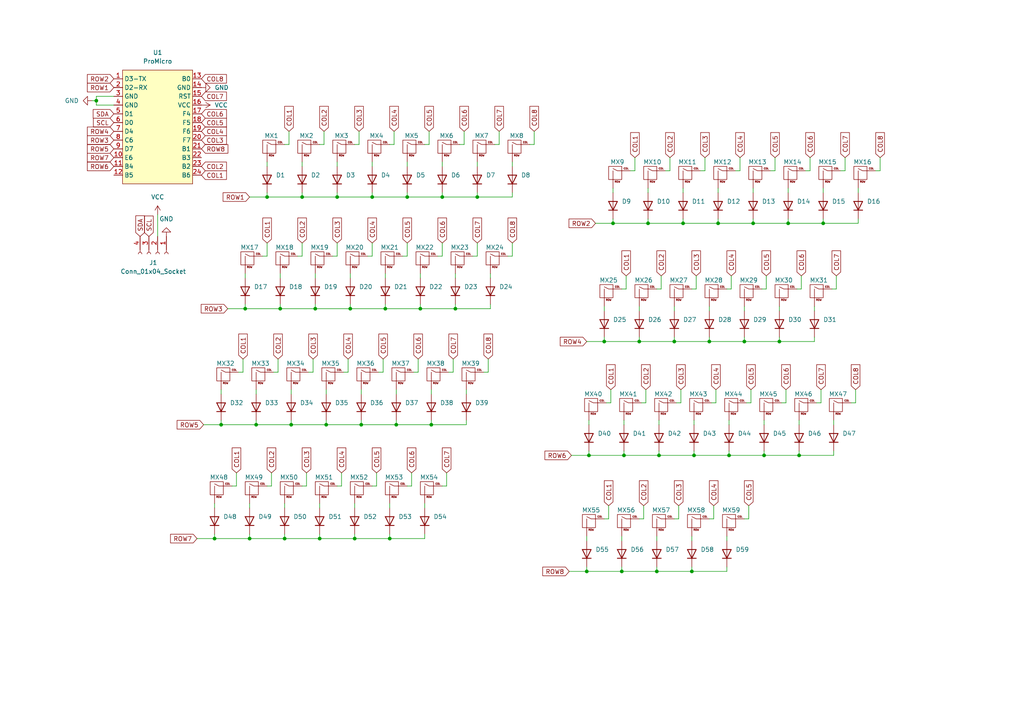
<source format=kicad_sch>
(kicad_sch (version 20230121) (generator eeschema)
  (paper "A4")
  (title_block (date "2023-11-04"))
  (lib_symbols
    (symbol "Connector:Conn_01x04_Socket" (pin_names (offset 1.016) hide)
      (property "Reference" "J" (at 0 5.08 0))
      (property "Value" "Conn_01x04_Socket" (at 0 -7.62 0))
      (symbol "Conn_01x04_Socket_1_1"
        (pin passive line (at -5.08 2.54 0) (length 3.81) (name "Pin_1") (number "1"))
        (pin passive line (at -5.08 0 0) (length 3.81) (name "Pin_2") (number "2"))
        (pin passive line (at -5.08 -2.54 0) (length 3.81) (name "Pin_3") (number "3"))
        (pin passive line (at -5.08 -5.08 0) (length 3.81) (name "Pin_4") (number "4"))
      )
    )
    (symbol "Diode:1N4148" (pin_numbers hide) (pin_names hide)
      (property "Reference" "D" (at 0 2.54 0))
      (property "Value" "1N4148" (at 0 -2.54 0))
      (symbol "1N4148_1_1"
        (pin passive line (at -3.81 0 0) (length 2.54) (name "K") (number "1"))
        (pin passive line (at 3.81 0 180) (length 2.54) (name "A") (number "2"))
      )
    )
    (symbol "PCM_0xcb:MX" (pin_names (offset 1.016))
      (property "Reference" "MX" (at -0.635 1.905 0))
      (property "Value" "MX" (at 0.635 0.635 0))
      (symbol "MX_1_0"
        (text "COL" (at 2.54 0.635 0) (effects (font (size 0.508 0.508))))
      )
      (symbol "MX_1_1"
        (text "ROW" (at 0 -3.175 0) (effects (font (size 0.508 0.508))))
        (pin passive line (at 3.81 0 180) (length 2.54) (name "COL") (number "1"))
        (pin passive line (at -1.27 -5.08 90) (length 2.54) (name "ROW") (number "2"))
      )
    )
    (symbol "PCM_marbastlib-promicroish:Arduino_ProMicro" (in_bom no)
      (property "Reference" "U" (at 0 20.32 0))
      (property "Value" "ProMicro" (at 0 17.78 0))
      (symbol "Arduino_ProMicro_0_0"
        (pin bidirectional line (at -12.7 13.97 0) (length 2.54) (name "D3-TX") (number "1"))
        (pin bidirectional line (at -12.7 -8.89 0) (length 2.54) (name "E6") (number "10"))
        (pin bidirectional line (at -12.7 -11.43 0) (length 2.54) (name "B4") (number "11"))
        (pin bidirectional line (at -12.7 -13.97 0) (length 2.54) (name "B5") (number "12"))
        (pin power_out line (at 12.7 11.43 180) (length 2.54) (name "GND") (number "14"))
        (pin bidirectional line (at 12.7 8.89 180) (length 2.54) (name "RST") (number "15"))
        (pin bidirectional line (at 12.7 3.81 180) (length 2.54) (name "F4") (number "17"))
        (pin bidirectional line (at 12.7 1.27 180) (length 2.54) (name "F5") (number "18"))
        (pin bidirectional line (at 12.7 -1.27 180) (length 2.54) (name "F6") (number "19"))
        (pin bidirectional line (at -12.7 11.43 0) (length 2.54) (name "D2-RX") (number "2"))
        (pin bidirectional line (at 12.7 -3.81 180) (length 2.54) (name "F7") (number "20"))
        (pin bidirectional line (at 12.7 -6.35 180) (length 2.54) (name "B1") (number "21"))
        (pin bidirectional line (at 12.7 -8.89 180) (length 2.54) (name "B3") (number "22"))
        (pin bidirectional line (at 12.7 -11.43 180) (length 2.54) (name "B2") (number "23"))
        (pin bidirectional line (at 12.7 -13.97 180) (length 2.54) (name "B6") (number "24"))
        (pin power_out line (at -12.7 8.89 0) (length 2.54) (name "GND") (number "3"))
        (pin power_out line (at -12.7 6.35 0) (length 2.54) (name "GND") (number "4"))
        (pin bidirectional line (at -12.7 3.81 0) (length 2.54) (name "D1") (number "5"))
        (pin bidirectional line (at -12.7 1.27 0) (length 2.54) (name "D0") (number "6"))
        (pin bidirectional line (at -12.7 -1.27 0) (length 2.54) (name "D4") (number "7"))
        (pin bidirectional line (at -12.7 -3.81 0) (length 2.54) (name "C6") (number "8"))
        (pin bidirectional line (at -12.7 -6.35 0) (length 2.54) (name "D7") (number "9"))
      )
      (symbol "Arduino_ProMicro_1_0"
        (pin bidirectional line (at 12.7 13.97 180) (length 2.54) (name "B0") (number "13"))
        (pin power_out line (at 12.7 6.35 180) (length 2.54) (name "VCC") (number "16"))
      )
    )
    (symbol "power:GND" (power) (pin_names (offset 0))
      (property "Value" "GND" (at 0 -3.81 0))
      (symbol "GND_1_1"
        (pin power_in line (at 0 0 270) (length 0) hide (name "GND") (number "1"))
      )
    )
    (symbol "power:VCC" (power) (pin_names (offset 0))
      (property "Value" "VCC" (at 0 3.81 0))
      (symbol "VCC_1_1"
        (pin power_in line (at 0 0 90) (length 0) hide (name "VCC") (number "1"))
      )
    )
  )
  (junction (at 102.87 156.21))
  (junction (at 198.12 64.77))
  (junction (at 72.39 156.21))
  (junction (at 77.47 57.15))
  (junction (at 180.975 132.08))
  (junction (at 205.74 99.06))
  (junction (at 114.935 123.19))
  (junction (at 97.79 57.15))
  (junction (at 185.42 99.06))
  (junction (at 170.18 165.735))
  (junction (at 215.9 99.06))
  (junction (at 104.775 123.19))
  (junction (at 190.5 165.735))
  (junction (at 111.76 89.535))
  (junction (at 91.44 89.535))
  (junction (at 138.43 57.15))
  (junction (at 125.095 123.19))
  (junction (at 180.34 165.735))
  (junction (at 211.455 132.08))
  (junction (at 218.44 64.77))
  (junction (at 200.66 165.735))
  (junction (at 81.28 89.535))
  (junction (at 87.63 57.15))
  (junction (at 128.27 57.15))
  (junction (at 228.6 64.77))
  (junction (at 71.12 89.535))
  (junction (at 62.23 156.21))
  (junction (at 84.455 123.19))
  (junction (at 64.135 123.19))
  (junction (at 201.295 132.08))
  (junction (at 94.615 123.19))
  (junction (at 101.6 89.535))
  (junction (at 231.775 132.08))
  (junction (at 27.94 29.21))
  (junction (at 107.95 57.15))
  (junction (at 208.28 64.77))
  (junction (at 113.03 156.21))
  (junction (at 221.615 132.08))
  (junction (at 238.76 64.77))
  (junction (at 92.71 156.21))
  (junction (at 191.135 132.08))
  (junction (at 121.92 89.535))
  (junction (at 177.8 64.77))
  (junction (at 175.26 99.06))
  (junction (at 170.815 132.08))
  (junction (at 74.295 123.19))
  (junction (at 195.58 99.06))
  (junction (at 118.11 57.15))
  (junction (at 132.08 89.535))
  (junction (at 82.55 156.21))
  (junction (at 226.06 99.06))
  (junction (at 187.96 64.77))
  (wire (pts (xy 102.87 41.91) (xy 104.14 41.91)))
  (wire (pts (xy 223.52 49.53) (xy 224.79 49.53)))
  (wire (pts (xy 241.808 123.19) (xy 241.808 121.92)))
  (wire (pts (xy 114.935 121.92) (xy 114.935 123.19)))
  (wire (pts (xy 142.24 80.645) (xy 142.24 79.375)))
  (wire (pts (xy 121.92 80.645) (xy 121.92 79.375)))
  (wire (pts (xy 242.57 83.82) (xy 242.57 80.01)))
  (wire (pts (xy 238.76 63.5) (xy 238.76 64.77)))
  (wire (pts (xy 165.735 132.08) (xy 170.815 132.08)))
  (wire (pts (xy 106.68 74.295) (xy 107.95 74.295)))
  (wire (pts (xy 74.295 114.3) (xy 74.295 113.03)))
  (wire (pts (xy 255.27 49.53) (xy 255.27 45.72)))
  (wire (pts (xy 127 74.295) (xy 128.27 74.295)))
  (wire (pts (xy 137.16 74.295) (xy 138.43 74.295)))
  (wire (pts (xy 226.06 90.17) (xy 226.06 88.9)))
  (wire (pts (xy 132.08 89.535) (xy 142.24 89.535)))
  (wire (pts (xy 226.695 116.84) (xy 227.965 116.84)))
  (wire (pts (xy 241.3 83.82) (xy 242.57 83.82)))
  (wire (pts (xy 96.52 74.295) (xy 97.79 74.295)))
  (wire (pts (xy 175.26 150.495) (xy 176.53 150.495)))
  (wire (pts (xy 90.805 107.95) (xy 90.805 104.14)))
  (wire (pts (xy 66.04 89.535) (xy 71.12 89.535)))
  (wire (pts (xy 81.28 88.265) (xy 81.28 89.535)))
  (wire (pts (xy 221.615 123.19) (xy 221.615 121.92)))
  (wire (pts (xy 97.79 55.88) (xy 97.79 57.15)))
  (wire (pts (xy 211.455 123.19) (xy 211.455 121.92)))
  (wire (pts (xy 175.26 97.79) (xy 175.26 99.06)))
  (wire (pts (xy 70.485 107.95) (xy 70.485 104.14)))
  (wire (pts (xy 186.055 116.84) (xy 187.325 116.84)))
  (wire (pts (xy 217.17 150.495) (xy 217.17 146.685)))
  (wire (pts (xy 83.82 41.91) (xy 83.82 38.1)))
  (wire (pts (xy 92.71 41.91) (xy 93.98 41.91)))
  (wire (pts (xy 238.76 64.77) (xy 248.92 64.77)))
  (wire (pts (xy 221.615 132.08) (xy 231.775 132.08)))
  (wire (pts (xy 118.11 74.295) (xy 118.11 70.485)))
  (wire (pts (xy 180.975 130.81) (xy 180.975 132.08)))
  (wire (pts (xy 211.455 130.81) (xy 211.455 132.08)))
  (wire (pts (xy 206.375 116.84) (xy 207.645 116.84)))
  (wire (pts (xy 100.965 107.95) (xy 100.965 104.14)))
  (wire (pts (xy 68.58 140.97) (xy 68.58 137.16)))
  (wire (pts (xy 84.455 121.92) (xy 84.455 123.19)))
  (wire (pts (xy 121.92 89.535) (xy 132.08 89.535)))
  (wire (pts (xy 191.77 83.82) (xy 191.77 80.01)))
  (wire (pts (xy 129.54 140.97) (xy 129.54 137.16)))
  (wire (pts (xy 211.455 132.08) (xy 221.615 132.08)))
  (wire (pts (xy 210.82 156.845) (xy 210.82 155.575)))
  (wire (pts (xy 84.455 114.3) (xy 84.455 113.03)))
  (wire (pts (xy 175.895 116.84) (xy 177.165 116.84)))
  (wire (pts (xy 33.02 27.94) (xy 27.94 27.94)))
  (wire (pts (xy 125.095 121.92) (xy 125.095 123.19)))
  (wire (pts (xy 86.36 74.295) (xy 87.63 74.295)))
  (wire (pts (xy 113.03 156.21) (xy 123.19 156.21)))
  (wire (pts (xy 185.42 99.06) (xy 195.58 99.06)))
  (wire (pts (xy 190.5 83.82) (xy 191.77 83.82)))
  (wire (pts (xy 138.43 48.26) (xy 138.43 46.99)))
  (wire (pts (xy 111.125 107.95) (xy 111.125 104.14)))
  (wire (pts (xy 102.87 154.94) (xy 102.87 156.21)))
  (wire (pts (xy 81.28 80.645) (xy 81.28 79.375)))
  (wire (pts (xy 138.43 74.295) (xy 138.43 70.485)))
  (wire (pts (xy 135.255 121.92) (xy 135.255 123.19)))
  (wire (pts (xy 185.42 150.495) (xy 186.69 150.495)))
  (wire (pts (xy 123.19 41.91) (xy 124.46 41.91)))
  (wire (pts (xy 113.03 41.91) (xy 114.3 41.91)))
  (wire (pts (xy 111.76 89.535) (xy 121.92 89.535)))
  (wire (pts (xy 200.66 164.465) (xy 200.66 165.735)))
  (wire (pts (xy 148.59 55.88) (xy 148.59 57.15)))
  (wire (pts (xy 64.135 114.3) (xy 64.135 113.03)))
  (wire (pts (xy 87.63 55.88) (xy 87.63 57.15)))
  (wire (pts (xy 92.71 156.21) (xy 102.87 156.21)))
  (wire (pts (xy 62.23 147.32) (xy 62.23 146.05)))
  (wire (pts (xy 236.22 97.79) (xy 236.22 99.06)))
  (wire (pts (xy 114.3 41.91) (xy 114.3 38.1)))
  (wire (pts (xy 138.43 55.88) (xy 138.43 57.15)))
  (wire (pts (xy 200.66 165.735) (xy 210.82 165.735)))
  (wire (pts (xy 142.24 88.265) (xy 142.24 89.535)))
  (wire (pts (xy 190.5 164.465) (xy 190.5 165.735)))
  (wire (pts (xy 118.11 55.88) (xy 118.11 57.15)))
  (wire (pts (xy 195.58 90.17) (xy 195.58 88.9)))
  (wire (pts (xy 148.59 48.26) (xy 148.59 46.99)))
  (wire (pts (xy 130.175 107.95) (xy 131.445 107.95)))
  (wire (pts (xy 222.25 83.82) (xy 222.25 80.01)))
  (wire (pts (xy 204.47 49.53) (xy 204.47 45.72)))
  (wire (pts (xy 114.935 123.19) (xy 125.095 123.19)))
  (wire (pts (xy 246.888 116.84) (xy 248.158 116.84)))
  (wire (pts (xy 94.615 114.3) (xy 94.615 113.03)))
  (wire (pts (xy 78.74 140.97) (xy 78.74 137.16)))
  (wire (pts (xy 72.39 156.21) (xy 82.55 156.21)))
  (wire (pts (xy 27.94 27.94) (xy 27.94 29.21)))
  (wire (pts (xy 57.15 156.21) (xy 62.23 156.21)))
  (wire (pts (xy 92.71 154.94) (xy 92.71 156.21)))
  (wire (pts (xy 101.6 80.645) (xy 101.6 79.375)))
  (wire (pts (xy 228.6 55.88) (xy 228.6 54.61)))
  (wire (pts (xy 194.31 49.53) (xy 194.31 45.72)))
  (wire (pts (xy 231.775 130.81) (xy 231.775 132.08)))
  (wire (pts (xy 80.645 107.95) (xy 80.645 104.14)))
  (wire (pts (xy 241.808 130.81) (xy 241.808 132.08)))
  (wire (pts (xy 27.94 30.48) (xy 33.02 30.48)))
  (wire (pts (xy 205.74 97.79) (xy 205.74 99.06)))
  (wire (pts (xy 218.44 64.77) (xy 228.6 64.77)))
  (wire (pts (xy 215.9 90.17) (xy 215.9 88.9)))
  (wire (pts (xy 71.12 88.265) (xy 71.12 89.535)))
  (wire (pts (xy 99.06 140.97) (xy 99.06 137.16)))
  (wire (pts (xy 76.2 74.295) (xy 77.47 74.295)))
  (wire (pts (xy 111.76 88.265) (xy 111.76 89.535)))
  (wire (pts (xy 236.22 90.17) (xy 236.22 88.9)))
  (wire (pts (xy 148.59 74.295) (xy 148.59 70.485)))
  (wire (pts (xy 62.23 154.94) (xy 62.23 156.21)))
  (wire (pts (xy 210.82 164.465) (xy 210.82 165.735)))
  (wire (pts (xy 128.27 55.88) (xy 128.27 57.15)))
  (wire (pts (xy 248.92 55.88) (xy 248.92 54.61)))
  (wire (pts (xy 214.63 49.53) (xy 214.63 45.72)))
  (wire (pts (xy 238.125 116.84) (xy 238.125 113.03)))
  (wire (pts (xy 67.31 140.97) (xy 68.58 140.97)))
  (wire (pts (xy 141.605 107.95) (xy 141.605 104.14)))
  (wire (pts (xy 64.135 121.92) (xy 64.135 123.19)))
  (wire (pts (xy 177.8 64.77) (xy 187.96 64.77)))
  (wire (pts (xy 181.61 83.82) (xy 181.61 80.01)))
  (wire (pts (xy 197.485 116.84) (xy 197.485 113.03)))
  (wire (pts (xy 99.695 107.95) (xy 100.965 107.95)))
  (wire (pts (xy 212.09 83.82) (xy 212.09 80.01)))
  (wire (pts (xy 195.58 97.79) (xy 195.58 99.06)))
  (wire (pts (xy 102.87 147.32) (xy 102.87 146.05)))
  (wire (pts (xy 172.72 64.77) (xy 177.8 64.77)))
  (wire (pts (xy 94.615 123.19) (xy 104.775 123.19)))
  (wire (pts (xy 196.215 116.84) (xy 197.485 116.84)))
  (wire (pts (xy 180.34 83.82) (xy 181.61 83.82)))
  (wire (pts (xy 77.47 55.88) (xy 77.47 57.15)))
  (wire (pts (xy 94.615 121.92) (xy 94.615 123.19)))
  (wire (pts (xy 97.79 48.26) (xy 97.79 46.99)))
  (wire (pts (xy 177.8 55.88) (xy 177.8 54.61)))
  (wire (pts (xy 224.79 49.53) (xy 224.79 45.72)))
  (wire (pts (xy 113.03 154.94) (xy 113.03 156.21)))
  (wire (pts (xy 74.295 123.19) (xy 84.455 123.19)))
  (wire (pts (xy 198.12 64.77) (xy 208.28 64.77)))
  (wire (pts (xy 97.79 74.295) (xy 97.79 70.485)))
  (wire (pts (xy 187.325 116.84) (xy 187.325 113.03)))
  (wire (pts (xy 101.6 89.535) (xy 111.76 89.535)))
  (wire (pts (xy 71.12 89.535) (xy 81.28 89.535)))
  (wire (pts (xy 71.12 80.645) (xy 71.12 79.375)))
  (wire (pts (xy 118.11 48.26) (xy 118.11 46.99)))
  (wire (pts (xy 64.135 123.19) (xy 74.295 123.19)))
  (wire (pts (xy 190.5 156.845) (xy 190.5 155.575)))
  (wire (pts (xy 238.76 55.88) (xy 238.76 54.61)))
  (wire (pts (xy 205.74 99.06) (xy 215.9 99.06)))
  (wire (pts (xy 177.8 63.5) (xy 177.8 64.77)))
  (wire (pts (xy 143.51 41.91) (xy 144.78 41.91)))
  (wire (pts (xy 104.775 121.92) (xy 104.775 123.19)))
  (wire (pts (xy 87.63 48.26) (xy 87.63 46.99)))
  (wire (pts (xy 77.47 48.26) (xy 77.47 46.99)))
  (wire (pts (xy 227.965 116.84) (xy 227.965 113.03)))
  (wire (pts (xy 74.295 121.92) (xy 74.295 123.19)))
  (wire (pts (xy 104.775 114.3) (xy 104.775 113.03)))
  (wire (pts (xy 200.66 83.82) (xy 201.93 83.82)))
  (wire (pts (xy 81.28 89.535) (xy 91.44 89.535)))
  (wire (pts (xy 201.93 83.82) (xy 201.93 80.01)))
  (wire (pts (xy 128.27 48.26) (xy 128.27 46.99)))
  (wire (pts (xy 201.295 123.19) (xy 201.295 121.92)))
  (wire (pts (xy 153.67 41.91) (xy 154.94 41.91)))
  (wire (pts (xy 134.62 41.91) (xy 134.62 38.1)))
  (wire (pts (xy 111.76 80.645) (xy 111.76 79.375)))
  (wire (pts (xy 248.158 116.84) (xy 248.158 113.03)))
  (wire (pts (xy 213.36 49.53) (xy 214.63 49.53)))
  (wire (pts (xy 217.805 116.84) (xy 217.805 113.03)))
  (wire (pts (xy 180.34 164.465) (xy 180.34 165.735)))
  (wire (pts (xy 200.66 156.845) (xy 200.66 155.575)))
  (wire (pts (xy 118.11 57.15) (xy 128.27 57.15)))
  (wire (pts (xy 201.295 130.81) (xy 201.295 132.08)))
  (wire (pts (xy 207.01 150.495) (xy 207.01 146.685)))
  (wire (pts (xy 84.455 123.19) (xy 94.615 123.19)))
  (wire (pts (xy 180.975 123.19) (xy 180.975 121.92)))
  (wire (pts (xy 123.19 154.94) (xy 123.19 156.21)))
  (wire (pts (xy 154.94 41.91) (xy 154.94 38.1)))
  (wire (pts (xy 170.18 156.845) (xy 170.18 155.575)))
  (wire (pts (xy 107.95 74.295) (xy 107.95 70.485)))
  (wire (pts (xy 93.98 41.91) (xy 93.98 38.1)))
  (wire (pts (xy 92.71 147.32) (xy 92.71 146.05)))
  (wire (pts (xy 45.72 62.23) (xy 45.72 68.58)))
  (wire (pts (xy 245.11 49.53) (xy 245.11 45.72)))
  (wire (pts (xy 119.38 140.97) (xy 119.38 137.16)))
  (wire (pts (xy 234.95 49.53) (xy 234.95 45.72)))
  (wire (pts (xy 125.095 114.3) (xy 125.095 113.03)))
  (wire (pts (xy 124.46 41.91) (xy 124.46 38.1)))
  (wire (pts (xy 121.92 88.265) (xy 121.92 89.535)))
  (wire (pts (xy 191.135 132.08) (xy 201.295 132.08)))
  (wire (pts (xy 215.9 97.79) (xy 215.9 99.06)))
  (wire (pts (xy 118.11 140.97) (xy 119.38 140.97)))
  (wire (pts (xy 216.535 116.84) (xy 217.805 116.84)))
  (wire (pts (xy 128.27 140.97) (xy 129.54 140.97)))
  (wire (pts (xy 72.39 147.32) (xy 72.39 146.05)))
  (wire (pts (xy 88.9 140.97) (xy 88.9 137.16)))
  (wire (pts (xy 231.775 132.08) (xy 241.808 132.08)))
  (wire (pts (xy 123.19 147.32) (xy 123.19 146.05)))
  (wire (pts (xy 233.68 49.53) (xy 234.95 49.53)))
  (wire (pts (xy 248.92 63.5) (xy 248.92 64.77)))
  (wire (pts (xy 176.53 150.495) (xy 176.53 146.685)))
  (wire (pts (xy 180.34 156.845) (xy 180.34 155.575)))
  (wire (pts (xy 69.215 107.95) (xy 70.485 107.95)))
  (wire (pts (xy 208.28 64.77) (xy 218.44 64.77)))
  (wire (pts (xy 236.855 116.84) (xy 238.125 116.84)))
  (wire (pts (xy 205.74 90.17) (xy 205.74 88.9)))
  (wire (pts (xy 170.815 123.19) (xy 170.815 121.92)))
  (wire (pts (xy 109.855 107.95) (xy 111.125 107.95)))
  (wire (pts (xy 107.95 55.88) (xy 107.95 57.15)))
  (wire (pts (xy 27.94 29.21) (xy 26.67 29.21)))
  (wire (pts (xy 77.47 74.295) (xy 77.47 70.485)))
  (wire (pts (xy 97.79 57.15) (xy 107.95 57.15)))
  (wire (pts (xy 128.27 57.15) (xy 138.43 57.15)))
  (wire (pts (xy 196.85 150.495) (xy 196.85 146.685)))
  (wire (pts (xy 132.08 88.265) (xy 132.08 89.535)))
  (wire (pts (xy 170.18 165.735) (xy 180.34 165.735)))
  (wire (pts (xy 203.2 49.53) (xy 204.47 49.53)))
  (wire (pts (xy 87.63 140.97) (xy 88.9 140.97)))
  (wire (pts (xy 128.27 74.295) (xy 128.27 70.485)))
  (wire (pts (xy 101.6 88.265) (xy 101.6 89.535)))
  (wire (pts (xy 243.84 49.53) (xy 245.11 49.53)))
  (wire (pts (xy 125.095 123.19) (xy 135.255 123.19)))
  (wire (pts (xy 207.645 116.84) (xy 207.645 113.03)))
  (wire (pts (xy 62.23 156.21) (xy 72.39 156.21)))
  (wire (pts (xy 97.79 140.97) (xy 99.06 140.97)))
  (wire (pts (xy 170.815 130.81) (xy 170.815 132.08)))
  (wire (pts (xy 102.87 156.21) (xy 113.03 156.21)))
  (wire (pts (xy 109.22 140.97) (xy 109.22 137.16)))
  (wire (pts (xy 131.445 107.95) (xy 131.445 104.14)))
  (wire (pts (xy 82.55 154.94) (xy 82.55 156.21)))
  (wire (pts (xy 120.015 107.95) (xy 121.285 107.95)))
  (wire (pts (xy 91.44 88.265) (xy 91.44 89.535)))
  (wire (pts (xy 215.9 150.495) (xy 217.17 150.495)))
  (wire (pts (xy 215.9 99.06) (xy 226.06 99.06)))
  (wire (pts (xy 220.98 83.82) (xy 222.25 83.82)))
  (wire (pts (xy 91.44 89.535) (xy 101.6 89.535)))
  (wire (pts (xy 254 49.53) (xy 255.27 49.53)))
  (wire (pts (xy 104.14 41.91) (xy 104.14 38.1)))
  (wire (pts (xy 177.165 116.84) (xy 177.165 113.03)))
  (wire (pts (xy 218.44 55.88) (xy 218.44 54.61)))
  (wire (pts (xy 82.55 156.21) (xy 92.71 156.21)))
  (wire (pts (xy 180.34 165.735) (xy 190.5 165.735)))
  (wire (pts (xy 182.88 49.53) (xy 184.15 49.53)))
  (wire (pts (xy 59.055 123.19) (xy 64.135 123.19)))
  (wire (pts (xy 107.95 48.26) (xy 107.95 46.99)))
  (wire (pts (xy 187.96 55.88) (xy 187.96 54.61)))
  (wire (pts (xy 170.18 164.465) (xy 170.18 165.735)))
  (wire (pts (xy 195.58 150.495) (xy 196.85 150.495)))
  (wire (pts (xy 82.55 41.91) (xy 83.82 41.91)))
  (wire (pts (xy 82.55 147.32) (xy 82.55 146.05)))
  (wire (pts (xy 190.5 165.735) (xy 200.66 165.735)))
  (wire (pts (xy 87.63 57.15) (xy 97.79 57.15)))
  (wire (pts (xy 132.08 80.645) (xy 132.08 79.375)))
  (wire (pts (xy 208.28 63.5) (xy 208.28 64.77)))
  (wire (pts (xy 135.255 114.3) (xy 135.255 113.03)))
  (wire (pts (xy 107.95 140.97) (xy 109.22 140.97)))
  (wire (pts (xy 79.375 107.95) (xy 80.645 107.95)))
  (wire (pts (xy 184.15 49.53) (xy 184.15 45.72)))
  (wire (pts (xy 193.04 49.53) (xy 194.31 49.53)))
  (wire (pts (xy 186.69 150.495) (xy 186.69 146.685)))
  (wire (pts (xy 175.26 99.06) (xy 185.42 99.06)))
  (wire (pts (xy 77.47 140.97) (xy 78.74 140.97)))
  (wire (pts (xy 140.335 107.95) (xy 141.605 107.95)))
  (wire (pts (xy 231.775 123.19) (xy 231.775 121.92)))
  (wire (pts (xy 27.94 29.21) (xy 27.94 30.48)))
  (wire (pts (xy 201.295 132.08) (xy 211.455 132.08)))
  (wire (pts (xy 205.74 150.495) (xy 207.01 150.495)))
  (wire (pts (xy 228.6 63.5) (xy 228.6 64.77)))
  (wire (pts (xy 210.82 83.82) (xy 212.09 83.82)))
  (wire (pts (xy 107.95 57.15) (xy 118.11 57.15)))
  (wire (pts (xy 114.935 114.3) (xy 114.935 113.03)))
  (wire (pts (xy 170.815 132.08) (xy 180.975 132.08)))
  (wire (pts (xy 187.96 64.77) (xy 198.12 64.77)))
  (wire (pts (xy 72.39 57.15) (xy 77.47 57.15)))
  (wire (pts (xy 138.43 57.15) (xy 148.59 57.15)))
  (wire (pts (xy 218.44 63.5) (xy 218.44 64.77)))
  (wire (pts (xy 232.41 83.82) (xy 232.41 80.01)))
  (wire (pts (xy 113.03 147.32) (xy 113.03 146.05)))
  (wire (pts (xy 147.32 74.295) (xy 148.59 74.295)))
  (wire (pts (xy 91.44 80.645) (xy 91.44 79.375)))
  (wire (pts (xy 195.58 99.06) (xy 205.74 99.06)))
  (wire (pts (xy 198.12 55.88) (xy 198.12 54.61)))
  (wire (pts (xy 198.12 63.5) (xy 198.12 64.77)))
  (wire (pts (xy 121.285 107.95) (xy 121.285 104.14)))
  (wire (pts (xy 87.63 74.295) (xy 87.63 70.485)))
  (wire (pts (xy 165.1 165.735) (xy 170.18 165.735)))
  (wire (pts (xy 187.96 63.5) (xy 187.96 64.77)))
  (wire (pts (xy 77.47 57.15) (xy 87.63 57.15)))
  (wire (pts (xy 175.26 90.17) (xy 175.26 88.9)))
  (wire (pts (xy 228.6 64.77) (xy 238.76 64.77)))
  (wire (pts (xy 72.39 154.94) (xy 72.39 156.21)))
  (wire (pts (xy 180.975 132.08) (xy 191.135 132.08)))
  (wire (pts (xy 208.28 55.88) (xy 208.28 54.61)))
  (wire (pts (xy 191.135 123.19) (xy 191.135 121.92)))
  (wire (pts (xy 170.18 99.06) (xy 175.26 99.06)))
  (wire (pts (xy 185.42 90.17) (xy 185.42 88.9)))
  (wire (pts (xy 104.775 123.19) (xy 114.935 123.19)))
  (wire (pts (xy 226.06 99.06) (xy 236.22 99.06)))
  (wire (pts (xy 89.535 107.95) (xy 90.805 107.95)))
  (wire (pts (xy 221.615 130.81) (xy 221.615 132.08)))
  (wire (pts (xy 226.06 97.79) (xy 226.06 99.06)))
  (wire (pts (xy 144.78 41.91) (xy 144.78 38.1)))
  (wire (pts (xy 133.35 41.91) (xy 134.62 41.91)))
  (wire (pts (xy 116.84 74.295) (xy 118.11 74.295)))
  (wire (pts (xy 191.135 130.81) (xy 191.135 132.08)))
  (wire (pts (xy 231.14 83.82) (xy 232.41 83.82)))
  (wire (pts (xy 185.42 97.79) (xy 185.42 99.06)))
  (global_label "COL7" (shape input) (at 131.445 104.14 90) (property "Intersheetrefs" "${INTERSHEET_REFS}" (effects hide)))
  (global_label "COL5" (shape input) (at 58.42 35.56 0) (property "Intersheetrefs" "${INTERSHEET_REFS}" (effects hide)))
  (global_label "ROW7" (shape input) (at 33.02 45.72 180) (property "Intersheetrefs" "${INTERSHEET_REFS}" (effects hide)))
  (global_label "COL5" (shape input) (at 217.17 146.685 90) (property "Intersheetrefs" "${INTERSHEET_REFS}" (effects hide)))
  (global_label "SCL" (shape input) (at 33.02 35.56 180) (property "Intersheetrefs" "${INTERSHEET_REFS}" (effects hide)))
  (global_label "ROW6" (shape input) (at 165.735 132.08 180) (property "Intersheetrefs" "${INTERSHEET_REFS}" (effects hide)))
  (global_label "COL3" (shape input) (at 97.79 70.485 90) (property "Intersheetrefs" "${INTERSHEET_REFS}" (effects hide)))
  (global_label "COL2" (shape input) (at 194.31 45.72 90) (property "Intersheetrefs" "${INTERSHEET_REFS}" (effects hide)))
  (global_label "COL1" (shape input) (at 77.47 70.485 90) (property "Intersheetrefs" "${INTERSHEET_REFS}" (effects hide)))
  (global_label "COL6" (shape input) (at 128.27 70.485 90) (property "Intersheetrefs" "${INTERSHEET_REFS}" (effects hide)))
  (global_label "ROW3" (shape input) (at 33.02 40.64 180) (property "Intersheetrefs" "${INTERSHEET_REFS}" (effects hide)))
  (global_label "COL3" (shape input) (at 58.42 40.64 0) (property "Intersheetrefs" "${INTERSHEET_REFS}" (effects hide)))
  (global_label "COL6" (shape input) (at 227.965 113.03 90) (property "Intersheetrefs" "${INTERSHEET_REFS}" (effects hide)))
  (global_label "COL5" (shape input) (at 109.22 137.16 90) (property "Intersheetrefs" "${INTERSHEET_REFS}" (effects hide)))
  (global_label "COL8" (shape input) (at 148.59 70.485 90) (property "Intersheetrefs" "${INTERSHEET_REFS}" (effects hide)))
  (global_label "COL5" (shape input) (at 111.125 104.14 90) (property "Intersheetrefs" "${INTERSHEET_REFS}" (effects hide)))
  (global_label "COL8" (shape input) (at 58.42 22.86 0) (property "Intersheetrefs" "${INTERSHEET_REFS}" (effects hide)))
  (global_label "COL1" (shape input) (at 181.61 80.01 90) (property "Intersheetrefs" "${INTERSHEET_REFS}" (effects hide)))
  (global_label "COL5" (shape input) (at 118.11 70.485 90) (property "Intersheetrefs" "${INTERSHEET_REFS}" (effects hide)))
  (global_label "COL3" (shape input) (at 90.805 104.14 90) (property "Intersheetrefs" "${INTERSHEET_REFS}" (effects hide)))
  (global_label "SDA" (shape input) (at 33.02 33.02 180) (property "Intersheetrefs" "${INTERSHEET_REFS}" (effects hide)))
  (global_label "ROW8" (shape input) (at 165.1 165.735 180) (property "Intersheetrefs" "${INTERSHEET_REFS}" (effects hide)))
  (global_label "SDA" (shape input) (at 40.64 68.58 90) (property "Intersheetrefs" "${INTERSHEET_REFS}" (effects hide)))
  (global_label "COL2" (shape input) (at 78.74 137.16 90) (property "Intersheetrefs" "${INTERSHEET_REFS}" (effects hide)))
  (global_label "COL2" (shape input) (at 93.98 38.1 90) (property "Intersheetrefs" "${INTERSHEET_REFS}" (effects hide)))
  (global_label "COL4" (shape input) (at 207.645 113.03 90) (property "Intersheetrefs" "${INTERSHEET_REFS}" (effects hide)))
  (global_label "COL4" (shape input) (at 100.965 104.14 90) (property "Intersheetrefs" "${INTERSHEET_REFS}" (effects hide)))
  (global_label "COL2" (shape input) (at 58.42 48.26 0) (property "Intersheetrefs" "${INTERSHEET_REFS}" (effects hide)))
  (global_label "COL2" (shape input) (at 80.645 104.14 90) (property "Intersheetrefs" "${INTERSHEET_REFS}" (effects hide)))
  (global_label "COL4" (shape input) (at 114.3 38.1 90) (property "Intersheetrefs" "${INTERSHEET_REFS}" (effects hide)))
  (global_label "COL8" (shape input) (at 141.605 104.14 90) (property "Intersheetrefs" "${INTERSHEET_REFS}" (effects hide)))
  (global_label "COL1" (shape input) (at 177.165 113.03 90) (property "Intersheetrefs" "${INTERSHEET_REFS}" (effects hide)))
  (global_label "COL4" (shape input) (at 107.95 70.485 90) (property "Intersheetrefs" "${INTERSHEET_REFS}" (effects hide)))
  (global_label "COL4" (shape input) (at 212.09 80.01 90) (property "Intersheetrefs" "${INTERSHEET_REFS}" (effects hide)))
  (global_label "COL4" (shape input) (at 99.06 137.16 90) (property "Intersheetrefs" "${INTERSHEET_REFS}" (effects hide)))
  (global_label "COL6" (shape input) (at 234.95 45.72 90) (property "Intersheetrefs" "${INTERSHEET_REFS}" (effects hide)))
  (global_label "COL3" (shape input) (at 197.485 113.03 90) (property "Intersheetrefs" "${INTERSHEET_REFS}" (effects hide)))
  (global_label "ROW1" (shape input) (at 72.39 57.15 180) (property "Intersheetrefs" "${INTERSHEET_REFS}" (effects hide)))
  (global_label "COL7" (shape input) (at 138.43 70.485 90) (property "Intersheetrefs" "${INTERSHEET_REFS}" (effects hide)))
  (global_label "COL5" (shape input) (at 124.46 38.1 90) (property "Intersheetrefs" "${INTERSHEET_REFS}" (effects hide)))
  (global_label "ROW2" (shape input) (at 33.02 22.86 180) (property "Intersheetrefs" "${INTERSHEET_REFS}" (effects hide)))
  (global_label "ROW1" (shape input) (at 33.02 25.4 180) (property "Intersheetrefs" "${INTERSHEET_REFS}" (effects hide)))
  (global_label "COL3" (shape input) (at 201.93 80.01 90) (property "Intersheetrefs" "${INTERSHEET_REFS}" (effects hide)))
  (global_label "COL4" (shape input) (at 207.01 146.685 90) (property "Intersheetrefs" "${INTERSHEET_REFS}" (effects hide)))
  (global_label "ROW8" (shape input) (at 58.42 43.18 0) (property "Intersheetrefs" "${INTERSHEET_REFS}" (effects hide)))
  (global_label "COL8" (shape input) (at 248.158 113.03 90) (property "Intersheetrefs" "${INTERSHEET_REFS}" (effects hide)))
  (global_label "ROW4" (shape input) (at 170.18 99.06 180) (property "Intersheetrefs" "${INTERSHEET_REFS}" (effects hide)))
  (global_label "COL7" (shape input) (at 58.42 27.94 0) (property "Intersheetrefs" "${INTERSHEET_REFS}" (effects hide)))
  (global_label "COL1" (shape input) (at 83.82 38.1 90) (property "Intersheetrefs" "${INTERSHEET_REFS}" (effects hide)))
  (global_label "COL8" (shape input) (at 255.27 45.72 90) (property "Intersheetrefs" "${INTERSHEET_REFS}" (effects hide)))
  (global_label "COL2" (shape input) (at 187.325 113.03 90) (property "Intersheetrefs" "${INTERSHEET_REFS}" (effects hide)))
  (global_label "ROW2" (shape input) (at 172.72 64.77 180) (property "Intersheetrefs" "${INTERSHEET_REFS}" (effects hide)))
  (global_label "COL8" (shape input) (at 154.94 38.1 90) (property "Intersheetrefs" "${INTERSHEET_REFS}" (effects hide)))
  (global_label "ROW4" (shape input) (at 33.02 38.1 180) (property "Intersheetrefs" "${INTERSHEET_REFS}" (effects hide)))
  (global_label "COL2" (shape input) (at 191.77 80.01 90) (property "Intersheetrefs" "${INTERSHEET_REFS}" (effects hide)))
  (global_label "COL1" (shape input) (at 58.42 50.8 0) (property "Intersheetrefs" "${INTERSHEET_REFS}" (effects hide)))
  (global_label "COL6" (shape input) (at 119.38 137.16 90) (property "Intersheetrefs" "${INTERSHEET_REFS}" (effects hide)))
  (global_label "COL3" (shape input) (at 104.14 38.1 90) (property "Intersheetrefs" "${INTERSHEET_REFS}" (effects hide)))
  (global_label "COL7" (shape input) (at 238.125 113.03 90) (property "Intersheetrefs" "${INTERSHEET_REFS}" (effects hide)))
  (global_label "ROW6" (shape input) (at 33.02 48.26 180) (property "Intersheetrefs" "${INTERSHEET_REFS}" (effects hide)))
  (global_label "COL1" (shape input) (at 68.58 137.16 90) (property "Intersheetrefs" "${INTERSHEET_REFS}" (effects hide)))
  (global_label "COL6" (shape input) (at 58.42 33.02 0) (property "Intersheetrefs" "${INTERSHEET_REFS}" (effects hide)))
  (global_label "COL2" (shape input) (at 87.63 70.485 90) (property "Intersheetrefs" "${INTERSHEET_REFS}" (effects hide)))
  (global_label "ROW3" (shape input) (at 66.04 89.535 180) (property "Intersheetrefs" "${INTERSHEET_REFS}" (effects hide)))
  (global_label "COL5" (shape input) (at 222.25 80.01 90) (property "Intersheetrefs" "${INTERSHEET_REFS}" (effects hide)))
  (global_label "SCL" (shape input) (at 43.18 68.58 90) (property "Intersheetrefs" "${INTERSHEET_REFS}" (effects hide)))
  (global_label "ROW5" (shape input) (at 59.055 123.19 180) (property "Intersheetrefs" "${INTERSHEET_REFS}" (effects hide)))
  (global_label "ROW7" (shape input) (at 57.15 156.21 180) (property "Intersheetrefs" "${INTERSHEET_REFS}" (effects hide)))
  (global_label "COL6" (shape input) (at 121.285 104.14 90) (property "Intersheetrefs" "${INTERSHEET_REFS}" (effects hide)))
  (global_label "COL1" (shape input) (at 70.485 104.14 90) (property "Intersheetrefs" "${INTERSHEET_REFS}" (effects hide)))
  (global_label "COL3" (shape input) (at 196.85 146.685 90) (property "Intersheetrefs" "${INTERSHEET_REFS}" (effects hide)))
  (global_label "COL5" (shape input) (at 217.805 113.03 90) (property "Intersheetrefs" "${INTERSHEET_REFS}" (effects hide)))
  (global_label "COL1" (shape input) (at 184.15 45.72 90) (property "Intersheetrefs" "${INTERSHEET_REFS}" (effects hide)))
  (global_label "COL7" (shape input) (at 245.11 45.72 90) (property "Intersheetrefs" "${INTERSHEET_REFS}" (effects hide)))
  (global_label "COL3" (shape input) (at 88.9 137.16 90) (property "Intersheetrefs" "${INTERSHEET_REFS}" (effects hide)))
  (global_label "COL3" (shape input) (at 204.47 45.72 90) (property "Intersheetrefs" "${INTERSHEET_REFS}" (effects hide)))
  (global_label "COL7" (shape input) (at 242.57 80.01 90) (property "Intersheetrefs" "${INTERSHEET_REFS}" (effects hide)))
  (global_label "COL5" (shape input) (at 224.79 45.72 90) (property "Intersheetrefs" "${INTERSHEET_REFS}" (effects hide)))
  (global_label "COL6" (shape input) (at 134.62 38.1 90) (property "Intersheetrefs" "${INTERSHEET_REFS}" (effects hide)))
  (global_label "COL7" (shape input) (at 129.54 137.16 90) (property "Intersheetrefs" "${INTERSHEET_REFS}" (effects hide)))
  (global_label "ROW5" (shape input) (at 33.02 43.18 180) (property "Intersheetrefs" "${INTERSHEET_REFS}" (effects hide)))
  (global_label "COL6" (shape input) (at 232.41 80.01 90) (property "Intersheetrefs" "${INTERSHEET_REFS}" (effects hide)))
  (global_label "COL2" (shape input) (at 186.69 146.685 90) (property "Intersheetrefs" "${INTERSHEET_REFS}" (effects hide)))
  (global_label "COL4" (shape input) (at 58.42 38.1 0) (property "Intersheetrefs" "${INTERSHEET_REFS}" (effects hide)))
  (global_label "COL7" (shape input) (at 144.78 38.1 90) (property "Intersheetrefs" "${INTERSHEET_REFS}" (effects hide)))
  (global_label "COL4" (shape input) (at 214.63 45.72 90) (property "Intersheetrefs" "${INTERSHEET_REFS}" (effects hide)))
  (global_label "COL1" (shape input) (at 176.53 146.685 90) (property "Intersheetrefs" "${INTERSHEET_REFS}" (effects hide)))
  (symbol (lib_id "Diode:1N4148") (at 102.87 151.13 90) (unit 1)
    (property "Reference" "D52" (at 105.41 149.86 90) (effects (justify right)))
    (property "Value" "1N4148" (effects hide))
    (property "Footprint" "Diode_THT:D_DO-35_SOD27_P7.62mm_Horizontal" (effects hide))
    (property "Datasheet" "https://assets.nexperia.com/documents/data-sheet/1N4148_1N4448.pdf" (effects hide))
    (property "Sim.Device" "D" (effects hide))
    (property "Sim.Pins" "1=K 2=A" (effects hide))
  )
  (symbol (lib_id "Connector:Conn_01x04_Socket") (at 45.72 73.66 270) (unit 1)
    (property "Reference" "J1" (at 44.45 76.2 90))
    (property "Value" "Conn_01x04_Socket" (at 44.45 78.74 90))
    (property "Footprint" "OLED:SSD1306-0.91-OLED-4pin-128x32" (effects hide))
  )
  (symbol (lib_id "Diode:1N4148") (at 114.935 118.11 90) (unit 1)
    (property "Reference" "D37" (at 117.475 116.84 90) (effects (justify right)))
    (property "Value" "1N4148" (effects hide))
    (property "Footprint" "Diode_THT:D_DO-35_SOD27_P7.62mm_Horizontal" (effects hide))
    (property "Datasheet" "https://assets.nexperia.com/documents/data-sheet/1N4148_1N4448.pdf" (effects hide))
    (property "Sim.Device" "D" (effects hide))
    (property "Sim.Pins" "1=K 2=A" (effects hide))
  )
  (symbol (lib_id "Diode:1N4148") (at 241.808 127 90) (unit 1)
    (property "Reference" "D47" (at 244.348 125.73 90) (effects (justify right)))
    (property "Value" "1N4148" (effects hide))
    (property "Footprint" "Diode_THT:D_DO-35_SOD27_P7.62mm_Horizontal" (effects hide))
    (property "Datasheet" "https://assets.nexperia.com/documents/data-sheet/1N4148_1N4448.pdf" (effects hide))
    (property "Sim.Device" "D" (effects hide))
    (property "Sim.Pins" "1=K 2=A" (effects hide))
  )
  (symbol (lib_id "PCM_0xcb:MX") (at 250.19 49.53 0) (unit 1)
    (property "Reference" "MX16" (at 250.19 46.99 0))
    (property "Value" "MX" (effects hide))
    (property "Footprint" "MX:MX-Alps-Hybrid-1U" (effects hide))
  )
  (symbol (lib_id "PCM_0xcb:MX") (at 212.09 150.495 0) (unit 1)
    (property "Reference" "MX59" (at 212.09 147.955 0))
    (property "Value" "MX" (effects hide))
    (property "Footprint" "MX:MX-Alps-Hybrid-1U" (effects hide))
  )
  (symbol (lib_id "PCM_0xcb:MX") (at 82.55 74.295 0) (unit 1)
    (property "Reference" "MX18" (at 82.55 71.755 0))
    (property "Value" "MX" (effects hide))
    (property "Footprint" "MX:MX-Alps-Hybrid-1U" (effects hide))
  )
  (symbol (lib_id "PCM_0xcb:MX") (at 171.45 150.495 0) (unit 1)
    (property "Reference" "MX55" (at 171.45 147.955 0))
    (property "Value" "MX" (effects hide))
    (property "Footprint" "MX:MX-Alps-Hybrid-1U" (effects hide))
  )
  (symbol (lib_id "Diode:1N4148") (at 72.39 151.13 90) (unit 1)
    (property "Reference" "D49" (at 74.93 149.86 90) (effects (justify right)))
    (property "Value" "1N4148" (effects hide))
    (property "Footprint" "Diode_THT:D_DO-35_SOD27_P7.62mm_Horizontal" (effects hide))
    (property "Datasheet" "https://assets.nexperia.com/documents/data-sheet/1N4148_1N4448.pdf" (effects hide))
    (property "Sim.Device" "D" (effects hide))
    (property "Sim.Pins" "1=K 2=A" (effects hide))
  )
  (symbol (lib_id "PCM_0xcb:MX") (at 199.39 49.53 0) (unit 1)
    (property "Reference" "MX11" (at 199.39 46.99 0))
    (property "Value" "MX" (effects hide))
    (property "Footprint" "MX:MX-Alps-Hybrid-1U" (effects hide))
  )
  (symbol (lib_id "PCM_0xcb:MX") (at 83.82 140.97 0) (unit 1)
    (property "Reference" "MX50" (at 83.82 138.43 0))
    (property "Value" "MX" (effects hide))
    (property "Footprint" "MX:MX-Alps-Hybrid-1.25U" (effects hide))
  )
  (symbol (lib_id "PCM_0xcb:MX") (at 93.98 140.97 0) (unit 1)
    (property "Reference" "MX51" (at 93.98 138.43 0))
    (property "Value" "MX" (effects hide))
    (property "Footprint" "MX:MX-Alps-Hybrid-2.75U-ReversedStabilizers" (effects hide))
  )
  (symbol (lib_id "PCM_0xcb:MX") (at 233.045 116.84 0) (unit 1)
    (property "Reference" "MX46" (at 233.045 114.3 0))
    (property "Value" "MX" (effects hide))
    (property "Footprint" "MX:MX-Alps-Hybrid-1U" (effects hide))
  )
  (symbol (lib_id "PCM_0xcb:MX") (at 181.61 150.495 0) (unit 1)
    (property "Reference" "MX56" (at 181.61 147.955 0))
    (property "Value" "MX" (effects hide))
    (property "Footprint" "MX:MX-Alps-Hybrid-1U" (effects hide))
  )
  (symbol (lib_id "Diode:1N4148") (at 170.815 127 90) (unit 1)
    (property "Reference" "D40" (at 173.355 125.73 90) (effects (justify right)))
    (property "Value" "1N4148" (effects hide))
    (property "Footprint" "Diode_THT:D_DO-35_SOD27_P7.62mm_Horizontal" (effects hide))
    (property "Datasheet" "https://assets.nexperia.com/documents/data-sheet/1N4148_1N4448.pdf" (effects hide))
    (property "Sim.Device" "D" (effects hide))
    (property "Sim.Pins" "1=K 2=A" (effects hide))
  )
  (symbol (lib_id "PCM_0xcb:MX") (at 88.9 41.91 0) (unit 1)
    (property "Reference" "MX2" (at 88.9 39.37 0))
    (property "Value" "MX" (effects hide))
    (property "Footprint" "MX:MX-Alps-Hybrid-1U" (effects hide))
  )
  (symbol (lib_id "Diode:1N4148") (at 195.58 93.98 90) (unit 1)
    (property "Reference" "D27" (at 198.12 92.71 90) (effects (justify right)))
    (property "Value" "1N4148" (effects hide))
    (property "Footprint" "Diode_THT:D_DO-35_SOD27_P7.62mm_Horizontal" (effects hide))
    (property "Datasheet" "https://assets.nexperia.com/documents/data-sheet/1N4148_1N4448.pdf" (effects hide))
    (property "Sim.Device" "D" (effects hide))
    (property "Sim.Pins" "1=K 2=A" (effects hide))
  )
  (symbol (lib_id "Diode:1N4148") (at 135.255 118.11 90) (unit 1)
    (property "Reference" "D39" (at 137.795 116.84 90) (effects (justify right)))
    (property "Value" "1N4148" (effects hide))
    (property "Footprint" "Diode_THT:D_DO-35_SOD27_P7.62mm_Horizontal" (effects hide))
    (property "Datasheet" "https://assets.nexperia.com/documents/data-sheet/1N4148_1N4448.pdf" (effects hide))
    (property "Sim.Device" "D" (effects hide))
    (property "Sim.Pins" "1=K 2=A" (effects hide))
  )
  (symbol (lib_id "PCM_marbastlib-promicroish:Arduino_ProMicro") (at 45.72 36.83 0) (unit 1) (in_bom no)
    (property "Reference" "U1" (at 45.72 15.24 0))
    (property "Value" "ProMicro" (at 45.72 17.78 0))
    (property "Footprint" "PCM_marbastlib-xp-promicroish:ProMicro_USBup" (effects hide))
  )
  (symbol (lib_id "PCM_0xcb:MX") (at 189.23 49.53 0) (unit 1)
    (property "Reference" "MX10" (at 189.23 46.99 0))
    (property "Value" "MX" (effects hide))
    (property "Footprint" "MX:MX-Alps-Hybrid-1U" (effects hide))
  )
  (symbol (lib_id "Diode:1N4148") (at 77.47 52.07 90) (unit 1)
    (property "Reference" "D1" (at 80.01 50.8 90) (effects (justify right)))
    (property "Value" "1N4148" (effects hide))
    (property "Footprint" "Diode_THT:D_DO-35_SOD27_P7.62mm_Horizontal" (effects hide))
    (property "Datasheet" "https://assets.nexperia.com/documents/data-sheet/1N4148_1N4448.pdf" (effects hide))
    (property "Sim.Device" "D" (effects hide))
    (property "Sim.Pins" "1=K 2=A" (effects hide))
  )
  (symbol (lib_id "PCM_0xcb:MX") (at 207.01 83.82 0) (unit 1)
    (property "Reference" "MX28" (at 207.01 81.28 0))
    (property "Value" "MX" (effects hide))
    (property "Footprint" "MX:MX-Alps-Hybrid-1U" (effects hide))
  )
  (symbol (lib_id "Diode:1N4148") (at 123.19 151.13 90) (unit 1)
    (property "Reference" "D54" (at 125.73 149.86 90) (effects (justify right)))
    (property "Value" "1N4148" (effects hide))
    (property "Footprint" "Diode_THT:D_DO-35_SOD27_P7.62mm_Horizontal" (effects hide))
    (property "Datasheet" "https://assets.nexperia.com/documents/data-sheet/1N4148_1N4448.pdf" (effects hide))
    (property "Sim.Device" "D" (effects hide))
    (property "Sim.Pins" "1=K 2=A" (effects hide))
  )
  (symbol (lib_id "Diode:1N4148") (at 121.92 84.455 90) (unit 1)
    (property "Reference" "D22" (at 124.46 83.185 90) (effects (justify right)))
    (property "Value" "1N4148" (effects hide))
    (property "Footprint" "Diode_THT:D_DO-35_SOD27_P7.62mm_Horizontal" (effects hide))
    (property "Datasheet" "https://assets.nexperia.com/documents/data-sheet/1N4148_1N4448.pdf" (effects hide))
    (property "Sim.Device" "D" (effects hide))
    (property "Sim.Pins" "1=K 2=A" (effects hide))
  )
  (symbol (lib_id "PCM_0xcb:MX") (at 124.46 140.97 0) (unit 1)
    (property "Reference" "MX54" (at 124.46 138.43 0))
    (property "Value" "MX" (effects hide))
    (property "Footprint" "MX:MX-Alps-Hybrid-1.25U" (effects hide))
  )
  (symbol (lib_id "PCM_0xcb:MX") (at 65.405 107.95 0) (unit 1)
    (property "Reference" "MX32" (at 65.405 105.41 0))
    (property "Value" "MX" (effects hide))
    (property "Footprint" "MX:MX-Alps-Hybrid-1.75U" (effects hide))
  )
  (symbol (lib_id "Diode:1N4148") (at 138.43 52.07 90) (unit 1)
    (property "Reference" "D7" (at 140.97 50.8 90) (effects (justify right)))
    (property "Value" "1N4148" (effects hide))
    (property "Footprint" "Diode_THT:D_DO-35_SOD27_P7.62mm_Horizontal" (effects hide))
    (property "Datasheet" "https://assets.nexperia.com/documents/data-sheet/1N4148_1N4448.pdf" (effects hide))
    (property "Sim.Device" "D" (effects hide))
    (property "Sim.Pins" "1=K 2=A" (effects hide))
  )
  (symbol (lib_id "Diode:1N4148") (at 191.135 127 90) (unit 1)
    (property "Reference" "D42" (at 193.675 125.73 90) (effects (justify right)))
    (property "Value" "1N4148" (effects hide))
    (property "Footprint" "Diode_THT:D_DO-35_SOD27_P7.62mm_Horizontal" (effects hide))
    (property "Datasheet" "https://assets.nexperia.com/documents/data-sheet/1N4148_1N4448.pdf" (effects hide))
    (property "Sim.Device" "D" (effects hide))
    (property "Sim.Pins" "1=K 2=A" (effects hide))
  )
  (symbol (lib_id "Diode:1N4148") (at 94.615 118.11 90) (unit 1)
    (property "Reference" "D35" (at 97.155 116.84 90) (effects (justify right)))
    (property "Value" "1N4148" (effects hide))
    (property "Footprint" "Diode_THT:D_DO-35_SOD27_P7.62mm_Horizontal" (effects hide))
    (property "Datasheet" "https://assets.nexperia.com/documents/data-sheet/1N4148_1N4448.pdf" (effects hide))
    (property "Sim.Device" "D" (effects hide))
    (property "Sim.Pins" "1=K 2=A" (effects hide))
  )
  (symbol (lib_id "PCM_0xcb:MX") (at 237.49 83.82 0) (unit 1)
    (property "Reference" "MX31" (at 237.49 81.28 0))
    (property "Value" "MX" (effects hide))
    (property "Footprint" "MX:MX-Alps-Hybrid-1U" (effects hide))
  )
  (symbol (lib_id "Diode:1N4148") (at 84.455 118.11 90) (unit 1)
    (property "Reference" "D34" (at 86.995 116.84 90) (effects (justify right)))
    (property "Value" "1N4148" (effects hide))
    (property "Footprint" "Diode_THT:D_DO-35_SOD27_P7.62mm_Horizontal" (effects hide))
    (property "Datasheet" "https://assets.nexperia.com/documents/data-sheet/1N4148_1N4448.pdf" (effects hide))
    (property "Sim.Device" "D" (effects hide))
    (property "Sim.Pins" "1=K 2=A" (effects hide))
  )
  (symbol (lib_id "Diode:1N4148") (at 205.74 93.98 90) (unit 1)
    (property "Reference" "D28" (at 208.28 92.71 90) (effects (justify right)))
    (property "Value" "1N4148" (effects hide))
    (property "Footprint" "Diode_THT:D_DO-35_SOD27_P7.62mm_Horizontal" (effects hide))
    (property "Datasheet" "https://assets.nexperia.com/documents/data-sheet/1N4148_1N4448.pdf" (effects hide))
    (property "Sim.Device" "D" (effects hide))
    (property "Sim.Pins" "1=K 2=A" (effects hide))
  )
  (symbol (lib_id "PCM_0xcb:MX") (at 209.55 49.53 0) (unit 1)
    (property "Reference" "MX12" (at 209.55 46.99 0))
    (property "Value" "MX" (effects hide))
    (property "Footprint" "MX:MX-Alps-Hybrid-1U" (effects hide))
  )
  (symbol (lib_id "PCM_0xcb:MX") (at 72.39 74.295 0) (unit 1)
    (property "Reference" "MX17" (at 72.39 71.755 0))
    (property "Value" "MX" (effects hide))
    (property "Footprint" "MX:MX-Alps-Hybrid-1.25U" (effects hide))
  )
  (symbol (lib_id "Diode:1N4148") (at 64.135 118.11 90) (unit 1)
    (property "Reference" "D32" (at 66.675 116.84 90) (effects (justify right)))
    (property "Value" "1N4148" (effects hide))
    (property "Footprint" "Diode_THT:D_DO-35_SOD27_P7.62mm_Horizontal" (effects hide))
    (property "Datasheet" "https://assets.nexperia.com/documents/data-sheet/1N4148_1N4448.pdf" (effects hide))
    (property "Sim.Device" "D" (effects hide))
    (property "Sim.Pins" "1=K 2=A" (effects hide))
  )
  (symbol (lib_id "Diode:1N4148") (at 87.63 52.07 90) (unit 1)
    (property "Reference" "D2" (at 90.17 50.8 90) (effects (justify right)))
    (property "Value" "1N4148" (effects hide))
    (property "Footprint" "Diode_THT:D_DO-35_SOD27_P7.62mm_Horizontal" (effects hide))
    (property "Datasheet" "https://assets.nexperia.com/documents/data-sheet/1N4148_1N4448.pdf" (effects hide))
    (property "Sim.Device" "D" (effects hide))
    (property "Sim.Pins" "1=K 2=A" (effects hide))
  )
  (symbol (lib_id "Diode:1N4148") (at 208.28 59.69 90) (unit 1)
    (property "Reference" "D12" (at 210.82 58.42 90) (effects (justify right)))
    (property "Value" "1N4148" (effects hide))
    (property "Footprint" "Diode_THT:D_DO-35_SOD27_P7.62mm_Horizontal" (effects hide))
    (property "Datasheet" "https://assets.nexperia.com/documents/data-sheet/1N4148_1N4448.pdf" (effects hide))
    (property "Sim.Device" "D" (effects hide))
    (property "Sim.Pins" "1=K 2=A" (effects hide))
  )
  (symbol (lib_id "PCM_0xcb:MX") (at 78.74 41.91 0) (unit 1)
    (property "Reference" "MX1" (at 78.74 39.37 0))
    (property "Value" "MX" (effects hide))
    (property "Footprint" "MX:MX-Alps-Hybrid-1U" (effects hide))
  )
  (symbol (lib_id "PCM_0xcb:MX") (at 85.725 107.95 0) (unit 1)
    (property "Reference" "MX34" (at 85.725 105.41 0))
    (property "Value" "MX" (effects hide))
    (property "Footprint" "MX:MX-Alps-Hybrid-1U" (effects hide))
  )
  (symbol (lib_id "Diode:1N4148") (at 71.12 84.455 90) (unit 1)
    (property "Reference" "D17" (at 73.66 83.185 90) (effects (justify right)))
    (property "Value" "1N4148" (effects hide))
    (property "Footprint" "Diode_THT:D_DO-35_SOD27_P7.62mm_Horizontal" (effects hide))
    (property "Datasheet" "https://assets.nexperia.com/documents/data-sheet/1N4148_1N4448.pdf" (effects hide))
    (property "Sim.Device" "D" (effects hide))
    (property "Sim.Pins" "1=K 2=A" (effects hide))
  )
  (symbol (lib_id "Diode:1N4148") (at 211.455 127 90) (unit 1)
    (property "Reference" "D44" (at 213.995 125.73 90) (effects (justify right)))
    (property "Value" "1N4148" (effects hide))
    (property "Footprint" "Diode_THT:D_DO-35_SOD27_P7.62mm_Horizontal" (effects hide))
    (property "Datasheet" "https://assets.nexperia.com/documents/data-sheet/1N4148_1N4448.pdf" (effects hide))
    (property "Sim.Device" "D" (effects hide))
    (property "Sim.Pins" "1=K 2=A" (effects hide))
  )
  (symbol (lib_id "Diode:1N4148") (at 180.975 127 90) (unit 1)
    (property "Reference" "D41" (at 183.515 125.73 90) (effects (justify right)))
    (property "Value" "1N4148" (effects hide))
    (property "Footprint" "Diode_THT:D_DO-35_SOD27_P7.62mm_Horizontal" (effects hide))
    (property "Datasheet" "https://assets.nexperia.com/documents/data-sheet/1N4148_1N4448.pdf" (effects hide))
    (property "Sim.Device" "D" (effects hide))
    (property "Sim.Pins" "1=K 2=A" (effects hide))
  )
  (symbol (lib_id "Diode:1N4148") (at 142.24 84.455 90) (unit 1)
    (property "Reference" "D24" (at 144.78 83.185 90) (effects (justify right)))
    (property "Value" "1N4148" (effects hide))
    (property "Footprint" "Diode_THT:D_DO-35_SOD27_P7.62mm_Horizontal" (effects hide))
    (property "Datasheet" "https://assets.nexperia.com/documents/data-sheet/1N4148_1N4448.pdf" (effects hide))
    (property "Sim.Device" "D" (effects hide))
    (property "Sim.Pins" "1=K 2=A" (effects hide))
  )
  (symbol (lib_id "Diode:1N4148") (at 113.03 151.13 90) (unit 1)
    (property "Reference" "D53" (at 115.57 149.86 90) (effects (justify right)))
    (property "Value" "1N4148" (effects hide))
    (property "Footprint" "Diode_THT:D_DO-35_SOD27_P7.62mm_Horizontal" (effects hide))
    (property "Datasheet" "https://assets.nexperia.com/documents/data-sheet/1N4148_1N4448.pdf" (effects hide))
    (property "Sim.Device" "D" (effects hide))
    (property "Sim.Pins" "1=K 2=A" (effects hide))
  )
  (symbol (lib_id "Diode:1N4148") (at 190.5 160.655 90) (unit 1)
    (property "Reference" "D57" (at 193.04 159.385 90) (effects (justify right)))
    (property "Value" "1N4148" (effects hide))
    (property "Footprint" "Diode_THT:D_DO-35_SOD27_P7.62mm_Horizontal" (effects hide))
    (property "Datasheet" "https://assets.nexperia.com/documents/data-sheet/1N4148_1N4448.pdf" (effects hide))
    (property "Sim.Device" "D" (effects hide))
    (property "Sim.Pins" "1=K 2=A" (effects hide))
  )
  (symbol (lib_id "Diode:1N4148") (at 198.12 59.69 90) (unit 1)
    (property "Reference" "D11" (at 200.66 58.42 90) (effects (justify right)))
    (property "Value" "1N4148" (effects hide))
    (property "Footprint" "Diode_THT:D_DO-35_SOD27_P7.62mm_Horizontal" (effects hide))
    (property "Datasheet" "https://assets.nexperia.com/documents/data-sheet/1N4148_1N4448.pdf" (effects hide))
    (property "Sim.Device" "D" (effects hide))
    (property "Sim.Pins" "1=K 2=A" (effects hide))
  )
  (symbol (lib_id "PCM_0xcb:MX") (at 191.77 150.495 0) (unit 1)
    (property "Reference" "MX57" (at 191.77 147.955 0))
    (property "Value" "MX" (effects hide))
    (property "Footprint" "MX:MX-Alps-Hybrid-1U" (effects hide))
  )
  (symbol (lib_id "PCM_0xcb:MX") (at 192.405 116.84 0) (unit 1)
    (property "Reference" "MX42" (at 192.405 114.3 0))
    (property "Value" "MX" (effects hide))
    (property "Footprint" "MX:MX-Alps-Hybrid-1.25U" (effects hide))
  )
  (symbol (lib_id "Diode:1N4148") (at 187.96 59.69 90) (unit 1)
    (property "Reference" "D10" (at 190.5 58.42 90) (effects (justify right)))
    (property "Value" "1N4148" (effects hide))
    (property "Footprint" "Diode_THT:D_DO-35_SOD27_P7.62mm_Horizontal" (effects hide))
    (property "Datasheet" "https://assets.nexperia.com/documents/data-sheet/1N4148_1N4448.pdf" (effects hide))
    (property "Sim.Device" "D" (effects hide))
    (property "Sim.Pins" "1=K 2=A" (effects hide))
  )
  (symbol (lib_id "Diode:1N4148") (at 74.295 118.11 90) (unit 1)
    (property "Reference" "D33" (at 76.835 116.84 90) (effects (justify right)))
    (property "Value" "1N4148" (effects hide))
    (property "Footprint" "Diode_THT:D_DO-35_SOD27_P7.62mm_Horizontal" (effects hide))
    (property "Datasheet" "https://assets.nexperia.com/documents/data-sheet/1N4148_1N4448.pdf" (effects hide))
    (property "Sim.Device" "D" (effects hide))
    (property "Sim.Pins" "1=K 2=A" (effects hide))
  )
  (symbol (lib_id "Diode:1N4148") (at 218.44 59.69 90) (unit 1)
    (property "Reference" "D13" (at 220.98 58.42 90) (effects (justify right)))
    (property "Value" "1N4148" (effects hide))
    (property "Footprint" "Diode_THT:D_DO-35_SOD27_P7.62mm_Horizontal" (effects hide))
    (property "Datasheet" "https://assets.nexperia.com/documents/data-sheet/1N4148_1N4448.pdf" (effects hide))
    (property "Sim.Device" "D" (effects hide))
    (property "Sim.Pins" "1=K 2=A" (effects hide))
  )
  (symbol (lib_id "Diode:1N4148") (at 210.82 160.655 90) (unit 1)
    (property "Reference" "D59" (at 213.36 159.385 90) (effects (justify right)))
    (property "Value" "1N4148" (effects hide))
    (property "Footprint" "Diode_THT:D_DO-35_SOD27_P7.62mm_Horizontal" (effects hide))
    (property "Datasheet" "https://assets.nexperia.com/documents/data-sheet/1N4148_1N4448.pdf" (effects hide))
    (property "Sim.Device" "D" (effects hide))
    (property "Sim.Pins" "1=K 2=A" (effects hide))
  )
  (symbol (lib_id "Diode:1N4148") (at 92.71 151.13 90) (unit 1)
    (property "Reference" "D51" (at 95.25 149.86 90) (effects (justify right)))
    (property "Value" "1N4148" (effects hide))
    (property "Footprint" "Diode_THT:D_DO-35_SOD27_P7.62mm_Horizontal" (effects hide))
    (property "Datasheet" "https://assets.nexperia.com/documents/data-sheet/1N4148_1N4448.pdf" (effects hide))
    (property "Sim.Device" "D" (effects hide))
    (property "Sim.Pins" "1=K 2=A" (effects hide))
  )
  (symbol (lib_id "PCM_0xcb:MX") (at 217.17 83.82 0) (unit 1)
    (property "Reference" "MX29" (at 217.17 81.28 0))
    (property "Value" "MX" (effects hide))
    (property "Footprint" "MX:MX-Alps-Hybrid-1U" (effects hide))
  )
  (symbol (lib_id "Diode:1N4148") (at 125.095 118.11 90) (unit 1)
    (property "Reference" "D38" (at 127.635 116.84 90) (effects (justify right)))
    (property "Value" "1N4148" (effects hide))
    (property "Footprint" "Diode_THT:D_DO-35_SOD27_P7.62mm_Horizontal" (effects hide))
    (property "Datasheet" "https://assets.nexperia.com/documents/data-sheet/1N4148_1N4448.pdf" (effects hide))
    (property "Sim.Device" "D" (effects hide))
    (property "Sim.Pins" "1=K 2=A" (effects hide))
  )
  (symbol (lib_id "PCM_0xcb:MX") (at 136.525 107.95 0) (unit 1)
    (property "Reference" "MX39" (at 136.525 105.41 0))
    (property "Value" "MX" (effects hide))
    (property "Footprint" "MX:MX-Alps-Hybrid-1U" (effects hide))
  )
  (symbol (lib_id "PCM_0xcb:MX") (at 240.03 49.53 0) (unit 1)
    (property "Reference" "MX15" (at 240.03 46.99 0))
    (property "Value" "MX" (effects hide))
    (property "Footprint" "MX:MX-Alps-Hybrid-1U" (effects hide))
  )
  (symbol (lib_id "Diode:1N4148") (at 81.28 84.455 90) (unit 1)
    (property "Reference" "D18" (at 83.82 83.185 90) (effects (justify right)))
    (property "Value" "1N4148" (effects hide))
    (property "Footprint" "Diode_THT:D_DO-35_SOD27_P7.62mm_Horizontal" (effects hide))
    (property "Datasheet" "https://assets.nexperia.com/documents/data-sheet/1N4148_1N4448.pdf" (effects hide))
    (property "Sim.Device" "D" (effects hide))
    (property "Sim.Pins" "1=K 2=A" (effects hide))
  )
  (symbol (lib_id "PCM_0xcb:MX") (at 222.885 116.84 0) (unit 1)
    (property "Reference" "MX45" (at 222.885 114.3 0))
    (property "Value" "MX" (effects hide))
    (property "Footprint" "MX:MX-Alps-Hybrid-1U" (effects hide))
  )
  (symbol (lib_id "Diode:1N4148") (at 185.42 93.98 90) (unit 1)
    (property "Reference" "D26" (at 187.96 92.71 90) (effects (justify right)))
    (property "Value" "1N4148" (effects hide))
    (property "Footprint" "Diode_THT:D_DO-35_SOD27_P7.62mm_Horizontal" (effects hide))
    (property "Datasheet" "https://assets.nexperia.com/documents/data-sheet/1N4148_1N4448.pdf" (effects hide))
    (property "Sim.Device" "D" (effects hide))
    (property "Sim.Pins" "1=K 2=A" (effects hide))
  )
  (symbol (lib_id "PCM_0xcb:MX") (at 106.045 107.95 0) (unit 1)
    (property "Reference" "MX36" (at 106.045 105.41 0))
    (property "Value" "MX" (effects hide))
    (property "Footprint" "MX:MX-Alps-Hybrid-1U" (effects hide))
  )
  (symbol (lib_id "Diode:1N4148") (at 215.9 93.98 90) (unit 1)
    (property "Reference" "D29" (at 218.44 92.71 90) (effects (justify right)))
    (property "Value" "1N4148" (effects hide))
    (property "Footprint" "Diode_THT:D_DO-35_SOD27_P7.62mm_Horizontal" (effects hide))
    (property "Datasheet" "https://assets.nexperia.com/documents/data-sheet/1N4148_1N4448.pdf" (effects hide))
    (property "Sim.Device" "D" (effects hide))
    (property "Sim.Pins" "1=K 2=A" (effects hide))
  )
  (symbol (lib_id "PCM_0xcb:MX") (at 99.06 41.91 0) (unit 1)
    (property "Reference" "MX3" (at 99.06 39.37 0))
    (property "Value" "MX" (effects hide))
    (property "Footprint" "MX:MX-Alps-Hybrid-1U" (effects hide))
  )
  (symbol (lib_id "Diode:1N4148") (at 148.59 52.07 90) (unit 1)
    (property "Reference" "D8" (at 151.13 50.8 90) (effects (justify right)))
    (property "Value" "1N4148" (effects hide))
    (property "Footprint" "Diode_THT:D_DO-35_SOD27_P7.62mm_Horizontal" (effects hide))
    (property "Datasheet" "https://assets.nexperia.com/documents/data-sheet/1N4148_1N4448.pdf" (effects hide))
    (property "Sim.Device" "D" (effects hide))
    (property "Sim.Pins" "1=K 2=A" (effects hide))
  )
  (symbol (lib_id "Diode:1N4148") (at 228.6 59.69 90) (unit 1)
    (property "Reference" "D14" (at 231.14 58.42 90) (effects (justify right)))
    (property "Value" "1N4148" (effects hide))
    (property "Footprint" "Diode_THT:D_DO-35_SOD27_P7.62mm_Horizontal" (effects hide))
    (property "Datasheet" "https://assets.nexperia.com/documents/data-sheet/1N4148_1N4448.pdf" (effects hide))
    (property "Sim.Device" "D" (effects hide))
    (property "Sim.Pins" "1=K 2=A" (effects hide))
  )
  (symbol (lib_id "Diode:1N4148") (at 97.79 52.07 90) (unit 1)
    (property "Reference" "D3" (at 100.33 50.8 90) (effects (justify right)))
    (property "Value" "1N4148" (effects hide))
    (property "Footprint" "Diode_THT:D_DO-35_SOD27_P7.62mm_Horizontal" (effects hide))
    (property "Datasheet" "https://assets.nexperia.com/documents/data-sheet/1N4148_1N4448.pdf" (effects hide))
    (property "Sim.Device" "D" (effects hide))
    (property "Sim.Pins" "1=K 2=A" (effects hide))
  )
  (symbol (lib_id "PCM_0xcb:MX") (at 196.85 83.82 0) (unit 1)
    (property "Reference" "MX27" (at 196.85 81.28 0))
    (property "Value" "MX" (effects hide))
    (property "Footprint" "MX:MX-Alps-Hybrid-1.75U" (effects hide))
  )
  (symbol (lib_id "Diode:1N4148") (at 111.76 84.455 90) (unit 1)
    (property "Reference" "D21" (at 114.3 83.185 90) (effects (justify right)))
    (property "Value" "1N4148" (effects hide))
    (property "Footprint" "Diode_THT:D_DO-35_SOD27_P7.62mm_Horizontal" (effects hide))
    (property "Datasheet" "https://assets.nexperia.com/documents/data-sheet/1N4148_1N4448.pdf" (effects hide))
    (property "Sim.Device" "D" (effects hide))
    (property "Sim.Pins" "1=K 2=A" (effects hide))
  )
  (symbol (lib_id "PCM_0xcb:MX") (at 219.71 49.53 0) (unit 1)
    (property "Reference" "MX13" (at 219.71 46.99 0))
    (property "Value" "MX" (effects hide))
    (property "Footprint" "MX:MX-Alps-Hybrid-1U" (effects hide))
  )
  (symbol (lib_id "Diode:1N4148") (at 170.18 160.655 90) (unit 1)
    (property "Reference" "D55" (at 172.72 159.385 90) (effects (justify right)))
    (property "Value" "1N4148" (effects hide))
    (property "Footprint" "Diode_THT:D_DO-35_SOD27_P7.62mm_Horizontal" (effects hide))
    (property "Datasheet" "https://assets.nexperia.com/documents/data-sheet/1N4148_1N4448.pdf" (effects hide))
    (property "Sim.Device" "D" (effects hide))
    (property "Sim.Pins" "1=K 2=A" (effects hide))
  )
  (symbol (lib_id "Diode:1N4148") (at 128.27 52.07 90) (unit 1)
    (property "Reference" "D6" (at 130.81 50.8 90) (effects (justify right)))
    (property "Value" "1N4148" (effects hide))
    (property "Footprint" "Diode_THT:D_DO-35_SOD27_P7.62mm_Horizontal" (effects hide))
    (property "Datasheet" "https://assets.nexperia.com/documents/data-sheet/1N4148_1N4448.pdf" (effects hide))
    (property "Sim.Device" "D" (effects hide))
    (property "Sim.Pins" "1=K 2=A" (effects hide))
  )
  (symbol (lib_id "Diode:1N4148") (at 248.92 59.69 90) (unit 1)
    (property "Reference" "D16" (at 251.46 58.42 90) (effects (justify right)))
    (property "Value" "1N4148" (effects hide))
    (property "Footprint" "Diode_THT:D_DO-35_SOD27_P7.62mm_Horizontal" (effects hide))
    (property "Datasheet" "https://assets.nexperia.com/documents/data-sheet/1N4148_1N4448.pdf" (effects hide))
    (property "Sim.Device" "D" (effects hide))
    (property "Sim.Pins" "1=K 2=A" (effects hide))
  )
  (symbol (lib_id "PCM_0xcb:MX") (at 172.085 116.84 0) (unit 1)
    (property "Reference" "MX40" (at 172.085 114.3 0))
    (property "Value" "MX" (effects hide))
    (property "Footprint" "MX:MX-Alps-Hybrid-1U" (effects hide))
  )
  (symbol (lib_id "PCM_0xcb:MX") (at 229.87 49.53 0) (unit 1)
    (property "Reference" "MX14" (at 229.87 46.99 0))
    (property "Value" "MX" (effects hide))
    (property "Footprint" "MX:MX-Alps-Hybrid-1U" (effects hide))
  )
  (symbol (lib_id "Diode:1N4148") (at 231.775 127 90) (unit 1)
    (property "Reference" "D46" (at 234.315 125.73 90) (effects (justify right)))
    (property "Value" "1N4148" (effects hide))
    (property "Footprint" "Diode_THT:D_DO-35_SOD27_P7.62mm_Horizontal" (effects hide))
    (property "Datasheet" "https://assets.nexperia.com/documents/data-sheet/1N4148_1N4448.pdf" (effects hide))
    (property "Sim.Device" "D" (effects hide))
    (property "Sim.Pins" "1=K 2=A" (effects hide))
  )
  (symbol (lib_id "Diode:1N4148") (at 238.76 59.69 90) (unit 1)
    (property "Reference" "D15" (at 241.3 58.42 90) (effects (justify right)))
    (property "Value" "1N4148" (effects hide))
    (property "Footprint" "Diode_THT:D_DO-35_SOD27_P7.62mm_Horizontal" (effects hide))
    (property "Datasheet" "https://assets.nexperia.com/documents/data-sheet/1N4148_1N4448.pdf" (effects hide))
    (property "Sim.Device" "D" (effects hide))
    (property "Sim.Pins" "1=K 2=A" (effects hide))
  )
  (symbol (lib_id "PCM_0xcb:MX") (at 114.3 140.97 0) (unit 1)
    (property "Reference" "MX53" (at 114.3 138.43 0))
    (property "Value" "MX" (effects hide))
    (property "Footprint" "MX:MX-Alps-Hybrid-1.25U" (effects hide))
  )
  (symbol (lib_id "Diode:1N4148") (at 118.11 52.07 90) (unit 1)
    (property "Reference" "D5" (at 120.65 50.8 90) (effects (justify right)))
    (property "Value" "1N4148" (effects hide))
    (property "Footprint" "Diode_THT:D_DO-35_SOD27_P7.62mm_Horizontal" (effects hide))
    (property "Datasheet" "https://assets.nexperia.com/documents/data-sheet/1N4148_1N4448.pdf" (effects hide))
    (property "Sim.Device" "D" (effects hide))
    (property "Sim.Pins" "1=K 2=A" (effects hide))
  )
  (symbol (lib_id "PCM_0xcb:MX") (at 179.07 49.53 0) (unit 1)
    (property "Reference" "MX9" (at 179.07 46.99 0))
    (property "Value" "MX" (effects hide))
    (property "Footprint" "MX:MX-Alps-Hybrid-1U" (effects hide))
  )
  (symbol (lib_id "Diode:1N4148") (at 82.55 151.13 90) (unit 1)
    (property "Reference" "D50" (at 85.09 149.86 90) (effects (justify right)))
    (property "Value" "1N4148" (effects hide))
    (property "Footprint" "Diode_THT:D_DO-35_SOD27_P7.62mm_Horizontal" (effects hide))
    (property "Datasheet" "https://assets.nexperia.com/documents/data-sheet/1N4148_1N4448.pdf" (effects hide))
    (property "Sim.Device" "D" (effects hide))
    (property "Sim.Pins" "1=K 2=A" (effects hide))
  )
  (symbol (lib_id "Diode:1N4148") (at 101.6 84.455 90) (unit 1)
    (property "Reference" "D20" (at 104.14 83.185 90) (effects (justify right)))
    (property "Value" "1N4148" (effects hide))
    (property "Footprint" "Diode_THT:D_DO-35_SOD27_P7.62mm_Horizontal" (effects hide))
    (property "Datasheet" "https://assets.nexperia.com/documents/data-sheet/1N4148_1N4448.pdf" (effects hide))
    (property "Sim.Device" "D" (effects hide))
    (property "Sim.Pins" "1=K 2=A" (effects hide))
  )
  (symbol (lib_id "PCM_0xcb:MX") (at 202.565 116.84 0) (unit 1)
    (property "Reference" "MX43" (at 202.565 114.3 0))
    (property "Value" "MX" (effects hide))
    (property "Footprint" "MX:MX-Alps-Hybrid-1U" (effects hide))
  )
  (symbol (lib_id "Diode:1N4148") (at 221.615 127 90) (unit 1)
    (property "Reference" "D45" (at 224.155 125.73 90) (effects (justify right)))
    (property "Value" "1N4148" (effects hide))
    (property "Footprint" "Diode_THT:D_DO-35_SOD27_P7.62mm_Horizontal" (effects hide))
    (property "Datasheet" "https://assets.nexperia.com/documents/data-sheet/1N4148_1N4448.pdf" (effects hide))
    (property "Sim.Device" "D" (effects hide))
    (property "Sim.Pins" "1=K 2=A" (effects hide))
  )
  (symbol (lib_id "PCM_0xcb:MX") (at 104.14 140.97 0) (unit 1)
    (property "Reference" "MX52" (at 104.14 138.43 0))
    (property "Value" "MX" (effects hide))
    (property "Footprint" "MX:MX-Alps-Hybrid-2.25U-ReversedStabilizers" (effects hide))
  )
  (symbol (lib_id "PCM_0xcb:MX") (at 75.565 107.95 0) (unit 1)
    (property "Reference" "MX33" (at 75.565 105.41 0))
    (property "Value" "MX" (effects hide))
    (property "Footprint" "MX:MX-Alps-Hybrid-1U" (effects hide))
  )
  (symbol (lib_id "PCM_0xcb:MX") (at 243.078 116.84 0) (unit 1)
    (property "Reference" "MX47" (at 243.078 114.3 0))
    (property "Value" "MX" (effects hide))
    (property "Footprint" "MX:MX-Alps-Hybrid-1U" (effects hide))
  )
  (symbol (lib_id "PCM_0xcb:MX") (at 149.86 41.91 0) (unit 1)
    (property "Reference" "MX8" (at 149.86 39.37 0))
    (property "Value" "MX" (effects hide))
    (property "Footprint" "MX:MX-Alps-Hybrid-1U" (effects hide))
  )
  (symbol (lib_id "PCM_0xcb:MX") (at 227.33 83.82 0) (unit 1)
    (property "Reference" "MX30" (at 227.33 81.28 0))
    (property "Value" "MX" (effects hide))
    (property "Footprint" "MX:MX-Alps-Hybrid-1U" (effects hide))
  )
  (symbol (lib_id "PCM_0xcb:MX") (at 123.19 74.295 0) (unit 1)
    (property "Reference" "MX22" (at 123.19 71.755 0))
    (property "Value" "MX" (effects hide))
    (property "Footprint" "MX:MX-Alps-Hybrid-1U" (effects hide))
  )
  (symbol (lib_id "PCM_0xcb:MX") (at 212.725 116.84 0) (unit 1)
    (property "Reference" "MX44" (at 212.725 114.3 0))
    (property "Value" "MX" (effects hide))
    (property "Footprint" "MX:MX-Alps-Hybrid-1U" (effects hide))
  )
  (symbol (lib_id "Diode:1N4148") (at 91.44 84.455 90) (unit 1)
    (property "Reference" "D19" (at 93.98 83.185 90) (effects (justify right)))
    (property "Value" "1N4148" (effects hide))
    (property "Footprint" "Diode_THT:D_DO-35_SOD27_P7.62mm_Horizontal" (effects hide))
    (property "Datasheet" "https://assets.nexperia.com/documents/data-sheet/1N4148_1N4448.pdf" (effects hide))
    (property "Sim.Device" "D" (effects hide))
    (property "Sim.Pins" "1=K 2=A" (effects hide))
  )
  (symbol (lib_id "PCM_0xcb:MX") (at 176.53 83.82 0) (unit 1)
    (property "Reference" "MX25" (at 176.53 81.28 0))
    (property "Value" "MX" (effects hide))
    (property "Footprint" "MX:MX-Alps-Hybrid-1U" (effects hide))
  )
  (symbol (lib_id "Diode:1N4148") (at 107.95 52.07 90) (unit 1)
    (property "Reference" "D4" (at 110.49 50.8 90) (effects (justify right)))
    (property "Value" "1N4148" (effects hide))
    (property "Footprint" "Diode_THT:D_DO-35_SOD27_P7.62mm_Horizontal" (effects hide))
    (property "Datasheet" "https://assets.nexperia.com/documents/data-sheet/1N4148_1N4448.pdf" (effects hide))
    (property "Sim.Device" "D" (effects hide))
    (property "Sim.Pins" "1=K 2=A" (effects hide))
  )
  (symbol (lib_id "PCM_0xcb:MX") (at 73.66 140.97 0) (unit 1)
    (property "Reference" "MX49" (at 73.66 138.43 0))
    (property "Value" "MX" (effects hide))
    (property "Footprint" "MX:MX-Alps-Hybrid-1.25U" (effects hide))
  )
  (symbol (lib_id "PCM_0xcb:MX") (at 201.93 150.495 0) (unit 1)
    (property "Reference" "MX58" (at 201.93 147.955 0))
    (property "Value" "MX" (effects hide))
    (property "Footprint" "MX:MX-Alps-Hybrid-1U" (effects hide))
  )
  (symbol (lib_id "PCM_0xcb:MX") (at 95.885 107.95 0) (unit 1)
    (property "Reference" "MX35" (at 95.885 105.41 0))
    (property "Value" "MX" (effects hide))
    (property "Footprint" "MX:MX-Alps-Hybrid-1U" (effects hide))
  )
  (symbol (lib_id "PCM_0xcb:MX") (at 143.51 74.295 0) (unit 1)
    (property "Reference" "MX24" (at 143.51 71.755 0))
    (property "Value" "MX" (effects hide))
    (property "Footprint" "MX:MX-Alps-Hybrid-1U" (effects hide))
  )
  (symbol (lib_id "Diode:1N4148") (at 177.8 59.69 90) (unit 1)
    (property "Reference" "D9" (at 180.34 58.42 90) (effects (justify right)))
    (property "Value" "1N4148" (effects hide))
    (property "Footprint" "Diode_THT:D_DO-35_SOD27_P7.62mm_Horizontal" (effects hide))
    (property "Datasheet" "https://assets.nexperia.com/documents/data-sheet/1N4148_1N4448.pdf" (effects hide))
    (property "Sim.Device" "D" (effects hide))
    (property "Sim.Pins" "1=K 2=A" (effects hide))
  )
  (symbol (lib_id "PCM_0xcb:MX") (at 109.22 41.91 0) (unit 1)
    (property "Reference" "MX4" (at 109.22 39.37 0))
    (property "Value" "MX" (effects hide))
    (property "Footprint" "MX:MX-Alps-Hybrid-1U" (effects hide))
  )
  (symbol (lib_id "PCM_0xcb:MX") (at 119.38 41.91 0) (unit 1)
    (property "Reference" "MX5" (at 119.38 39.37 0))
    (property "Value" "MX" (effects hide))
    (property "Footprint" "MX:MX-Alps-Hybrid-1U" (effects hide))
  )
  (symbol (lib_id "Diode:1N4148") (at 236.22 93.98 90) (unit 1)
    (property "Reference" "D31" (at 238.76 92.71 90) (effects (justify right)))
    (property "Value" "1N4148" (effects hide))
    (property "Footprint" "Diode_THT:D_DO-35_SOD27_P7.62mm_Horizontal" (effects hide))
    (property "Datasheet" "https://assets.nexperia.com/documents/data-sheet/1N4148_1N4448.pdf" (effects hide))
    (property "Sim.Device" "D" (effects hide))
    (property "Sim.Pins" "1=K 2=A" (effects hide))
  )
  (symbol (lib_id "power:GND") (at 48.26 68.58 180) (unit 1)
    (property "Reference" "#PWR05" (effects hide))
    (property "Value" "GND" (at 48.26 63.5 0))
  )
  (symbol (lib_id "PCM_0xcb:MX") (at 63.5 140.97 0) (unit 1)
    (property "Reference" "MX48" (at 63.5 138.43 0))
    (property "Value" "MX" (effects hide))
    (property "Footprint" "MX:MX-Alps-Hybrid-1.25U" (effects hide))
  )
  (symbol (lib_id "PCM_0xcb:MX") (at 126.365 107.95 0) (unit 1)
    (property "Reference" "MX38" (at 126.365 105.41 0))
    (property "Value" "MX" (effects hide))
    (property "Footprint" "MX:MX-Alps-Hybrid-1U" (effects hide))
  )
  (symbol (lib_id "PCM_0xcb:MX") (at 113.03 74.295 0) (unit 1)
    (property "Reference" "MX21" (at 113.03 71.755 0))
    (property "Value" "MX" (effects hide))
    (property "Footprint" "MX:MX-Alps-Hybrid-1U" (effects hide))
  )
  (symbol (lib_id "Diode:1N4148") (at 180.34 160.655 90) (unit 1)
    (property "Reference" "D56" (at 182.88 159.385 90) (effects (justify right)))
    (property "Value" "1N4148" (effects hide))
    (property "Footprint" "Diode_THT:D_DO-35_SOD27_P7.62mm_Horizontal" (effects hide))
    (property "Datasheet" "https://assets.nexperia.com/documents/data-sheet/1N4148_1N4448.pdf" (effects hide))
    (property "Sim.Device" "D" (effects hide))
    (property "Sim.Pins" "1=K 2=A" (effects hide))
  )
  (symbol (lib_id "power:VCC") (at 45.72 62.23 0) (unit 1)
    (property "Reference" "#PWR04" (effects hide))
    (property "Value" "VCC" (at 45.72 57.15 0))
  )
  (symbol (lib_id "PCM_0xcb:MX") (at 182.245 116.84 0) (unit 1)
    (property "Reference" "MX41" (at 182.245 114.3 0))
    (property "Value" "MX" (effects hide))
    (property "Footprint" "MX:MX-Alps-Hybrid-1U" (effects hide))
  )
  (symbol (lib_id "Diode:1N4148") (at 175.26 93.98 90) (unit 1)
    (property "Reference" "D25" (at 177.8 92.71 90) (effects (justify right)))
    (property "Value" "1N4148" (effects hide))
    (property "Footprint" "Diode_THT:D_DO-35_SOD27_P7.62mm_Horizontal" (effects hide))
    (property "Datasheet" "https://assets.nexperia.com/documents/data-sheet/1N4148_1N4448.pdf" (effects hide))
    (property "Sim.Device" "D" (effects hide))
    (property "Sim.Pins" "1=K 2=A" (effects hide))
  )
  (symbol (lib_id "Diode:1N4148") (at 62.23 151.13 90) (unit 1)
    (property "Reference" "D48" (at 64.77 149.86 90) (effects (justify right)))
    (property "Value" "1N4148" (effects hide))
    (property "Footprint" "Diode_THT:D_DO-35_SOD27_P7.62mm_Horizontal" (effects hide))
    (property "Datasheet" "https://assets.nexperia.com/documents/data-sheet/1N4148_1N4448.pdf" (effects hide))
    (property "Sim.Device" "D" (effects hide))
    (property "Sim.Pins" "1=K 2=A" (effects hide))
  )
  (symbol (lib_id "PCM_0xcb:MX") (at 186.69 83.82 0) (unit 1)
    (property "Reference" "MX26" (at 186.69 81.28 0))
    (property "Value" "MX" (effects hide))
    (property "Footprint" "MX:MX-Alps-Hybrid-1U" (effects hide))
  )
  (symbol (lib_id "PCM_0xcb:MX") (at 116.205 107.95 0) (unit 1)
    (property "Reference" "MX37" (at 116.205 105.41 0))
    (property "Value" "MX" (effects hide))
    (property "Footprint" "MX:MX-Alps-Hybrid-1U" (effects hide))
  )
  (symbol (lib_id "power:GND") (at 58.42 25.4 90) (unit 1)
    (property "Reference" "#PWR01" (effects hide))
    (property "Value" "GND" (at 62.23 25.4 90) (effects (justify right)))
  )
  (symbol (lib_id "PCM_0xcb:MX") (at 129.54 41.91 0) (unit 1)
    (property "Reference" "MX6" (at 129.54 39.37 0))
    (property "Value" "MX" (effects hide))
    (property "Footprint" "MX:MX-Alps-Hybrid-1U" (effects hide))
  )
  (symbol (lib_id "Diode:1N4148") (at 226.06 93.98 90) (unit 1)
    (property "Reference" "D30" (at 228.6 92.71 90) (effects (justify right)))
    (property "Value" "1N4148" (effects hide))
    (property "Footprint" "Diode_THT:D_DO-35_SOD27_P7.62mm_Horizontal" (effects hide))
    (property "Datasheet" "https://assets.nexperia.com/documents/data-sheet/1N4148_1N4448.pdf" (effects hide))
    (property "Sim.Device" "D" (effects hide))
    (property "Sim.Pins" "1=K 2=A" (effects hide))
  )
  (symbol (lib_id "Diode:1N4148") (at 132.08 84.455 90) (unit 1)
    (property "Reference" "D23" (at 134.62 83.185 90) (effects (justify right)))
    (property "Value" "1N4148" (effects hide))
    (property "Footprint" "Diode_THT:D_DO-35_SOD27_P7.62mm_Horizontal" (effects hide))
    (property "Datasheet" "https://assets.nexperia.com/documents/data-sheet/1N4148_1N4448.pdf" (effects hide))
    (property "Sim.Device" "D" (effects hide))
    (property "Sim.Pins" "1=K 2=A" (effects hide))
  )
  (symbol (lib_id "Diode:1N4148") (at 200.66 160.655 90) (unit 1)
    (property "Reference" "D58" (at 203.2 159.385 90) (effects (justify right)))
    (property "Value" "1N4148" (effects hide))
    (property "Footprint" "Diode_THT:D_DO-35_SOD27_P7.62mm_Horizontal" (effects hide))
    (property "Datasheet" "https://assets.nexperia.com/documents/data-sheet/1N4148_1N4448.pdf" (effects hide))
    (property "Sim.Device" "D" (effects hide))
    (property "Sim.Pins" "1=K 2=A" (effects hide))
  )
  (symbol (lib_id "Diode:1N4148") (at 104.775 118.11 90) (unit 1)
    (property "Reference" "D36" (at 107.315 116.84 90) (effects (justify right)))
    (property "Value" "1N4148" (effects hide))
    (property "Footprint" "Diode_THT:D_DO-35_SOD27_P7.62mm_Horizontal" (effects hide))
    (property "Datasheet" "https://assets.nexperia.com/documents/data-sheet/1N4148_1N4448.pdf" (effects hide))
    (property "Sim.Device" "D" (effects hide))
    (property "Sim.Pins" "1=K 2=A" (effects hide))
  )
  (symbol (lib_id "power:GND") (at 26.67 29.21 270) (unit 1)
    (property "Reference" "#PWR02" (effects hide))
    (property "Value" "GND" (at 22.86 29.21 90) (effects (justify right)))
  )
  (symbol (lib_id "PCM_0xcb:MX") (at 139.7 41.91 0) (unit 1)
    (property "Reference" "MX7" (at 139.7 39.37 0))
    (property "Value" "MX" (effects hide))
    (property "Footprint" "MX:MX-Alps-Hybrid-1U" (effects hide))
  )
  (symbol (lib_id "PCM_0xcb:MX") (at 133.35 74.295 0) (unit 1)
    (property "Reference" "MX23" (at 133.35 71.755 0))
    (property "Value" "MX" (effects hide))
    (property "Footprint" "MX:MX-Alps-Hybrid-1U" (effects hide))
  )
  (symbol (lib_id "Diode:1N4148") (at 201.295 127 90) (unit 1)
    (property "Reference" "D43" (at 203.835 125.73 90) (effects (justify right)))
    (property "Value" "1N4148" (effects hide))
    (property "Footprint" "Diode_THT:D_DO-35_SOD27_P7.62mm_Horizontal" (effects hide))
    (property "Datasheet" "https://assets.nexperia.com/documents/data-sheet/1N4148_1N4448.pdf" (effects hide))
    (property "Sim.Device" "D" (effects hide))
    (property "Sim.Pins" "1=K 2=A" (effects hide))
  )
  (symbol (lib_id "PCM_0xcb:MX") (at 102.87 74.295 0) (unit 1)
    (property "Reference" "MX20" (at 102.87 71.755 0))
    (property "Value" "MX" (effects hide))
    (property "Footprint" "MX:MX-Alps-Hybrid-1U" (effects hide))
  )
  (symbol (lib_id "power:VCC") (at 58.42 30.48 270) (unit 1)
    (property "Reference" "#PWR03" (effects hide))
    (property "Value" "VCC" (at 62.23 30.48 90) (effects (justify left)))
  )
  (symbol (lib_id "PCM_0xcb:MX") (at 92.71 74.295 0) (unit 1)
    (property "Reference" "MX19" (at 92.71 71.755 0))
    (property "Value" "MX" (effects hide))
    (property "Footprint" "MX:MX-Alps-Hybrid-1U" (effects hide))
  )
)
</source>
